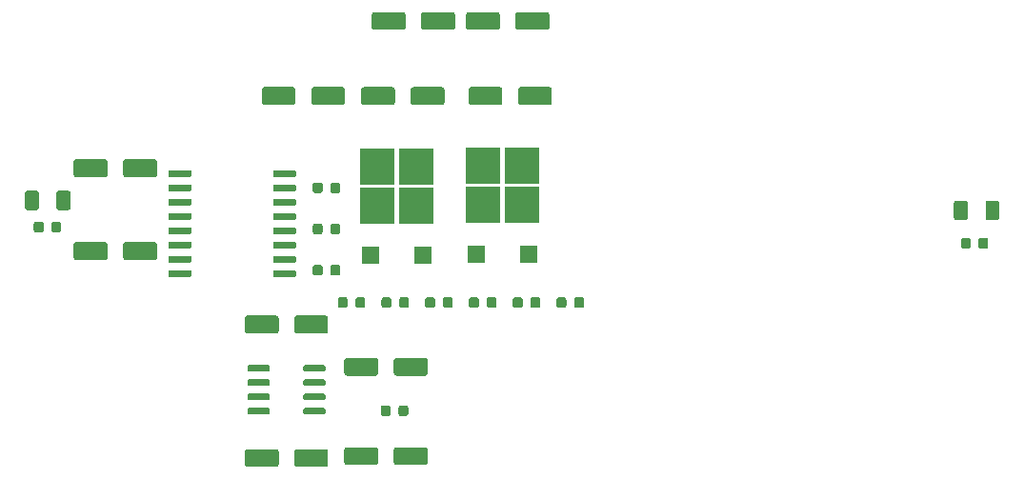
<source format=gtp>
G04 #@! TF.GenerationSoftware,KiCad,Pcbnew,(5.1.4)-1*
G04 #@! TF.CreationDate,2020-06-09T23:55:30+02:00*
G04 #@! TF.ProjectId,talkbox,74616c6b-626f-4782-9e6b-696361645f70,1.0*
G04 #@! TF.SameCoordinates,Original*
G04 #@! TF.FileFunction,Paste,Top*
G04 #@! TF.FilePolarity,Positive*
%FSLAX46Y46*%
G04 Gerber Fmt 4.6, Leading zero omitted, Abs format (unit mm)*
G04 Created by KiCad (PCBNEW (5.1.4)-1) date 2020-06-09 23:55:30*
%MOMM*%
%LPD*%
G04 APERTURE LIST*
%ADD10C,0.100000*%
%ADD11C,0.600000*%
%ADD12C,0.875000*%
%ADD13C,1.600000*%
%ADD14R,3.100000X3.200000*%
%ADD15R,1.500000X1.600000*%
%ADD16C,1.250000*%
G04 APERTURE END LIST*
D10*
G36*
X108536703Y-91077222D02*
G01*
X108551264Y-91079382D01*
X108565543Y-91082959D01*
X108579403Y-91087918D01*
X108592710Y-91094212D01*
X108605336Y-91101780D01*
X108617159Y-91110548D01*
X108628066Y-91120434D01*
X108637952Y-91131341D01*
X108646720Y-91143164D01*
X108654288Y-91155790D01*
X108660582Y-91169097D01*
X108665541Y-91182957D01*
X108669118Y-91197236D01*
X108671278Y-91211797D01*
X108672000Y-91226500D01*
X108672000Y-91526500D01*
X108671278Y-91541203D01*
X108669118Y-91555764D01*
X108665541Y-91570043D01*
X108660582Y-91583903D01*
X108654288Y-91597210D01*
X108646720Y-91609836D01*
X108637952Y-91621659D01*
X108628066Y-91632566D01*
X108617159Y-91642452D01*
X108605336Y-91651220D01*
X108592710Y-91658788D01*
X108579403Y-91665082D01*
X108565543Y-91670041D01*
X108551264Y-91673618D01*
X108536703Y-91675778D01*
X108522000Y-91676500D01*
X106772000Y-91676500D01*
X106757297Y-91675778D01*
X106742736Y-91673618D01*
X106728457Y-91670041D01*
X106714597Y-91665082D01*
X106701290Y-91658788D01*
X106688664Y-91651220D01*
X106676841Y-91642452D01*
X106665934Y-91632566D01*
X106656048Y-91621659D01*
X106647280Y-91609836D01*
X106639712Y-91597210D01*
X106633418Y-91583903D01*
X106628459Y-91570043D01*
X106624882Y-91555764D01*
X106622722Y-91541203D01*
X106622000Y-91526500D01*
X106622000Y-91226500D01*
X106622722Y-91211797D01*
X106624882Y-91197236D01*
X106628459Y-91182957D01*
X106633418Y-91169097D01*
X106639712Y-91155790D01*
X106647280Y-91143164D01*
X106656048Y-91131341D01*
X106665934Y-91120434D01*
X106676841Y-91110548D01*
X106688664Y-91101780D01*
X106701290Y-91094212D01*
X106714597Y-91087918D01*
X106728457Y-91082959D01*
X106742736Y-91079382D01*
X106757297Y-91077222D01*
X106772000Y-91076500D01*
X108522000Y-91076500D01*
X108536703Y-91077222D01*
X108536703Y-91077222D01*
G37*
D11*
X107647000Y-91376500D03*
D10*
G36*
X108536703Y-92347222D02*
G01*
X108551264Y-92349382D01*
X108565543Y-92352959D01*
X108579403Y-92357918D01*
X108592710Y-92364212D01*
X108605336Y-92371780D01*
X108617159Y-92380548D01*
X108628066Y-92390434D01*
X108637952Y-92401341D01*
X108646720Y-92413164D01*
X108654288Y-92425790D01*
X108660582Y-92439097D01*
X108665541Y-92452957D01*
X108669118Y-92467236D01*
X108671278Y-92481797D01*
X108672000Y-92496500D01*
X108672000Y-92796500D01*
X108671278Y-92811203D01*
X108669118Y-92825764D01*
X108665541Y-92840043D01*
X108660582Y-92853903D01*
X108654288Y-92867210D01*
X108646720Y-92879836D01*
X108637952Y-92891659D01*
X108628066Y-92902566D01*
X108617159Y-92912452D01*
X108605336Y-92921220D01*
X108592710Y-92928788D01*
X108579403Y-92935082D01*
X108565543Y-92940041D01*
X108551264Y-92943618D01*
X108536703Y-92945778D01*
X108522000Y-92946500D01*
X106772000Y-92946500D01*
X106757297Y-92945778D01*
X106742736Y-92943618D01*
X106728457Y-92940041D01*
X106714597Y-92935082D01*
X106701290Y-92928788D01*
X106688664Y-92921220D01*
X106676841Y-92912452D01*
X106665934Y-92902566D01*
X106656048Y-92891659D01*
X106647280Y-92879836D01*
X106639712Y-92867210D01*
X106633418Y-92853903D01*
X106628459Y-92840043D01*
X106624882Y-92825764D01*
X106622722Y-92811203D01*
X106622000Y-92796500D01*
X106622000Y-92496500D01*
X106622722Y-92481797D01*
X106624882Y-92467236D01*
X106628459Y-92452957D01*
X106633418Y-92439097D01*
X106639712Y-92425790D01*
X106647280Y-92413164D01*
X106656048Y-92401341D01*
X106665934Y-92390434D01*
X106676841Y-92380548D01*
X106688664Y-92371780D01*
X106701290Y-92364212D01*
X106714597Y-92357918D01*
X106728457Y-92352959D01*
X106742736Y-92349382D01*
X106757297Y-92347222D01*
X106772000Y-92346500D01*
X108522000Y-92346500D01*
X108536703Y-92347222D01*
X108536703Y-92347222D01*
G37*
D11*
X107647000Y-92646500D03*
D10*
G36*
X108536703Y-93617222D02*
G01*
X108551264Y-93619382D01*
X108565543Y-93622959D01*
X108579403Y-93627918D01*
X108592710Y-93634212D01*
X108605336Y-93641780D01*
X108617159Y-93650548D01*
X108628066Y-93660434D01*
X108637952Y-93671341D01*
X108646720Y-93683164D01*
X108654288Y-93695790D01*
X108660582Y-93709097D01*
X108665541Y-93722957D01*
X108669118Y-93737236D01*
X108671278Y-93751797D01*
X108672000Y-93766500D01*
X108672000Y-94066500D01*
X108671278Y-94081203D01*
X108669118Y-94095764D01*
X108665541Y-94110043D01*
X108660582Y-94123903D01*
X108654288Y-94137210D01*
X108646720Y-94149836D01*
X108637952Y-94161659D01*
X108628066Y-94172566D01*
X108617159Y-94182452D01*
X108605336Y-94191220D01*
X108592710Y-94198788D01*
X108579403Y-94205082D01*
X108565543Y-94210041D01*
X108551264Y-94213618D01*
X108536703Y-94215778D01*
X108522000Y-94216500D01*
X106772000Y-94216500D01*
X106757297Y-94215778D01*
X106742736Y-94213618D01*
X106728457Y-94210041D01*
X106714597Y-94205082D01*
X106701290Y-94198788D01*
X106688664Y-94191220D01*
X106676841Y-94182452D01*
X106665934Y-94172566D01*
X106656048Y-94161659D01*
X106647280Y-94149836D01*
X106639712Y-94137210D01*
X106633418Y-94123903D01*
X106628459Y-94110043D01*
X106624882Y-94095764D01*
X106622722Y-94081203D01*
X106622000Y-94066500D01*
X106622000Y-93766500D01*
X106622722Y-93751797D01*
X106624882Y-93737236D01*
X106628459Y-93722957D01*
X106633418Y-93709097D01*
X106639712Y-93695790D01*
X106647280Y-93683164D01*
X106656048Y-93671341D01*
X106665934Y-93660434D01*
X106676841Y-93650548D01*
X106688664Y-93641780D01*
X106701290Y-93634212D01*
X106714597Y-93627918D01*
X106728457Y-93622959D01*
X106742736Y-93619382D01*
X106757297Y-93617222D01*
X106772000Y-93616500D01*
X108522000Y-93616500D01*
X108536703Y-93617222D01*
X108536703Y-93617222D01*
G37*
D11*
X107647000Y-93916500D03*
D10*
G36*
X108536703Y-94887222D02*
G01*
X108551264Y-94889382D01*
X108565543Y-94892959D01*
X108579403Y-94897918D01*
X108592710Y-94904212D01*
X108605336Y-94911780D01*
X108617159Y-94920548D01*
X108628066Y-94930434D01*
X108637952Y-94941341D01*
X108646720Y-94953164D01*
X108654288Y-94965790D01*
X108660582Y-94979097D01*
X108665541Y-94992957D01*
X108669118Y-95007236D01*
X108671278Y-95021797D01*
X108672000Y-95036500D01*
X108672000Y-95336500D01*
X108671278Y-95351203D01*
X108669118Y-95365764D01*
X108665541Y-95380043D01*
X108660582Y-95393903D01*
X108654288Y-95407210D01*
X108646720Y-95419836D01*
X108637952Y-95431659D01*
X108628066Y-95442566D01*
X108617159Y-95452452D01*
X108605336Y-95461220D01*
X108592710Y-95468788D01*
X108579403Y-95475082D01*
X108565543Y-95480041D01*
X108551264Y-95483618D01*
X108536703Y-95485778D01*
X108522000Y-95486500D01*
X106772000Y-95486500D01*
X106757297Y-95485778D01*
X106742736Y-95483618D01*
X106728457Y-95480041D01*
X106714597Y-95475082D01*
X106701290Y-95468788D01*
X106688664Y-95461220D01*
X106676841Y-95452452D01*
X106665934Y-95442566D01*
X106656048Y-95431659D01*
X106647280Y-95419836D01*
X106639712Y-95407210D01*
X106633418Y-95393903D01*
X106628459Y-95380043D01*
X106624882Y-95365764D01*
X106622722Y-95351203D01*
X106622000Y-95336500D01*
X106622000Y-95036500D01*
X106622722Y-95021797D01*
X106624882Y-95007236D01*
X106628459Y-94992957D01*
X106633418Y-94979097D01*
X106639712Y-94965790D01*
X106647280Y-94953164D01*
X106656048Y-94941341D01*
X106665934Y-94930434D01*
X106676841Y-94920548D01*
X106688664Y-94911780D01*
X106701290Y-94904212D01*
X106714597Y-94897918D01*
X106728457Y-94892959D01*
X106742736Y-94889382D01*
X106757297Y-94887222D01*
X106772000Y-94886500D01*
X108522000Y-94886500D01*
X108536703Y-94887222D01*
X108536703Y-94887222D01*
G37*
D11*
X107647000Y-95186500D03*
D10*
G36*
X108536703Y-96157222D02*
G01*
X108551264Y-96159382D01*
X108565543Y-96162959D01*
X108579403Y-96167918D01*
X108592710Y-96174212D01*
X108605336Y-96181780D01*
X108617159Y-96190548D01*
X108628066Y-96200434D01*
X108637952Y-96211341D01*
X108646720Y-96223164D01*
X108654288Y-96235790D01*
X108660582Y-96249097D01*
X108665541Y-96262957D01*
X108669118Y-96277236D01*
X108671278Y-96291797D01*
X108672000Y-96306500D01*
X108672000Y-96606500D01*
X108671278Y-96621203D01*
X108669118Y-96635764D01*
X108665541Y-96650043D01*
X108660582Y-96663903D01*
X108654288Y-96677210D01*
X108646720Y-96689836D01*
X108637952Y-96701659D01*
X108628066Y-96712566D01*
X108617159Y-96722452D01*
X108605336Y-96731220D01*
X108592710Y-96738788D01*
X108579403Y-96745082D01*
X108565543Y-96750041D01*
X108551264Y-96753618D01*
X108536703Y-96755778D01*
X108522000Y-96756500D01*
X106772000Y-96756500D01*
X106757297Y-96755778D01*
X106742736Y-96753618D01*
X106728457Y-96750041D01*
X106714597Y-96745082D01*
X106701290Y-96738788D01*
X106688664Y-96731220D01*
X106676841Y-96722452D01*
X106665934Y-96712566D01*
X106656048Y-96701659D01*
X106647280Y-96689836D01*
X106639712Y-96677210D01*
X106633418Y-96663903D01*
X106628459Y-96650043D01*
X106624882Y-96635764D01*
X106622722Y-96621203D01*
X106622000Y-96606500D01*
X106622000Y-96306500D01*
X106622722Y-96291797D01*
X106624882Y-96277236D01*
X106628459Y-96262957D01*
X106633418Y-96249097D01*
X106639712Y-96235790D01*
X106647280Y-96223164D01*
X106656048Y-96211341D01*
X106665934Y-96200434D01*
X106676841Y-96190548D01*
X106688664Y-96181780D01*
X106701290Y-96174212D01*
X106714597Y-96167918D01*
X106728457Y-96162959D01*
X106742736Y-96159382D01*
X106757297Y-96157222D01*
X106772000Y-96156500D01*
X108522000Y-96156500D01*
X108536703Y-96157222D01*
X108536703Y-96157222D01*
G37*
D11*
X107647000Y-96456500D03*
D10*
G36*
X108536703Y-97427222D02*
G01*
X108551264Y-97429382D01*
X108565543Y-97432959D01*
X108579403Y-97437918D01*
X108592710Y-97444212D01*
X108605336Y-97451780D01*
X108617159Y-97460548D01*
X108628066Y-97470434D01*
X108637952Y-97481341D01*
X108646720Y-97493164D01*
X108654288Y-97505790D01*
X108660582Y-97519097D01*
X108665541Y-97532957D01*
X108669118Y-97547236D01*
X108671278Y-97561797D01*
X108672000Y-97576500D01*
X108672000Y-97876500D01*
X108671278Y-97891203D01*
X108669118Y-97905764D01*
X108665541Y-97920043D01*
X108660582Y-97933903D01*
X108654288Y-97947210D01*
X108646720Y-97959836D01*
X108637952Y-97971659D01*
X108628066Y-97982566D01*
X108617159Y-97992452D01*
X108605336Y-98001220D01*
X108592710Y-98008788D01*
X108579403Y-98015082D01*
X108565543Y-98020041D01*
X108551264Y-98023618D01*
X108536703Y-98025778D01*
X108522000Y-98026500D01*
X106772000Y-98026500D01*
X106757297Y-98025778D01*
X106742736Y-98023618D01*
X106728457Y-98020041D01*
X106714597Y-98015082D01*
X106701290Y-98008788D01*
X106688664Y-98001220D01*
X106676841Y-97992452D01*
X106665934Y-97982566D01*
X106656048Y-97971659D01*
X106647280Y-97959836D01*
X106639712Y-97947210D01*
X106633418Y-97933903D01*
X106628459Y-97920043D01*
X106624882Y-97905764D01*
X106622722Y-97891203D01*
X106622000Y-97876500D01*
X106622000Y-97576500D01*
X106622722Y-97561797D01*
X106624882Y-97547236D01*
X106628459Y-97532957D01*
X106633418Y-97519097D01*
X106639712Y-97505790D01*
X106647280Y-97493164D01*
X106656048Y-97481341D01*
X106665934Y-97470434D01*
X106676841Y-97460548D01*
X106688664Y-97451780D01*
X106701290Y-97444212D01*
X106714597Y-97437918D01*
X106728457Y-97432959D01*
X106742736Y-97429382D01*
X106757297Y-97427222D01*
X106772000Y-97426500D01*
X108522000Y-97426500D01*
X108536703Y-97427222D01*
X108536703Y-97427222D01*
G37*
D11*
X107647000Y-97726500D03*
D10*
G36*
X108536703Y-98697222D02*
G01*
X108551264Y-98699382D01*
X108565543Y-98702959D01*
X108579403Y-98707918D01*
X108592710Y-98714212D01*
X108605336Y-98721780D01*
X108617159Y-98730548D01*
X108628066Y-98740434D01*
X108637952Y-98751341D01*
X108646720Y-98763164D01*
X108654288Y-98775790D01*
X108660582Y-98789097D01*
X108665541Y-98802957D01*
X108669118Y-98817236D01*
X108671278Y-98831797D01*
X108672000Y-98846500D01*
X108672000Y-99146500D01*
X108671278Y-99161203D01*
X108669118Y-99175764D01*
X108665541Y-99190043D01*
X108660582Y-99203903D01*
X108654288Y-99217210D01*
X108646720Y-99229836D01*
X108637952Y-99241659D01*
X108628066Y-99252566D01*
X108617159Y-99262452D01*
X108605336Y-99271220D01*
X108592710Y-99278788D01*
X108579403Y-99285082D01*
X108565543Y-99290041D01*
X108551264Y-99293618D01*
X108536703Y-99295778D01*
X108522000Y-99296500D01*
X106772000Y-99296500D01*
X106757297Y-99295778D01*
X106742736Y-99293618D01*
X106728457Y-99290041D01*
X106714597Y-99285082D01*
X106701290Y-99278788D01*
X106688664Y-99271220D01*
X106676841Y-99262452D01*
X106665934Y-99252566D01*
X106656048Y-99241659D01*
X106647280Y-99229836D01*
X106639712Y-99217210D01*
X106633418Y-99203903D01*
X106628459Y-99190043D01*
X106624882Y-99175764D01*
X106622722Y-99161203D01*
X106622000Y-99146500D01*
X106622000Y-98846500D01*
X106622722Y-98831797D01*
X106624882Y-98817236D01*
X106628459Y-98802957D01*
X106633418Y-98789097D01*
X106639712Y-98775790D01*
X106647280Y-98763164D01*
X106656048Y-98751341D01*
X106665934Y-98740434D01*
X106676841Y-98730548D01*
X106688664Y-98721780D01*
X106701290Y-98714212D01*
X106714597Y-98707918D01*
X106728457Y-98702959D01*
X106742736Y-98699382D01*
X106757297Y-98697222D01*
X106772000Y-98696500D01*
X108522000Y-98696500D01*
X108536703Y-98697222D01*
X108536703Y-98697222D01*
G37*
D11*
X107647000Y-98996500D03*
D10*
G36*
X108536703Y-99967222D02*
G01*
X108551264Y-99969382D01*
X108565543Y-99972959D01*
X108579403Y-99977918D01*
X108592710Y-99984212D01*
X108605336Y-99991780D01*
X108617159Y-100000548D01*
X108628066Y-100010434D01*
X108637952Y-100021341D01*
X108646720Y-100033164D01*
X108654288Y-100045790D01*
X108660582Y-100059097D01*
X108665541Y-100072957D01*
X108669118Y-100087236D01*
X108671278Y-100101797D01*
X108672000Y-100116500D01*
X108672000Y-100416500D01*
X108671278Y-100431203D01*
X108669118Y-100445764D01*
X108665541Y-100460043D01*
X108660582Y-100473903D01*
X108654288Y-100487210D01*
X108646720Y-100499836D01*
X108637952Y-100511659D01*
X108628066Y-100522566D01*
X108617159Y-100532452D01*
X108605336Y-100541220D01*
X108592710Y-100548788D01*
X108579403Y-100555082D01*
X108565543Y-100560041D01*
X108551264Y-100563618D01*
X108536703Y-100565778D01*
X108522000Y-100566500D01*
X106772000Y-100566500D01*
X106757297Y-100565778D01*
X106742736Y-100563618D01*
X106728457Y-100560041D01*
X106714597Y-100555082D01*
X106701290Y-100548788D01*
X106688664Y-100541220D01*
X106676841Y-100532452D01*
X106665934Y-100522566D01*
X106656048Y-100511659D01*
X106647280Y-100499836D01*
X106639712Y-100487210D01*
X106633418Y-100473903D01*
X106628459Y-100460043D01*
X106624882Y-100445764D01*
X106622722Y-100431203D01*
X106622000Y-100416500D01*
X106622000Y-100116500D01*
X106622722Y-100101797D01*
X106624882Y-100087236D01*
X106628459Y-100072957D01*
X106633418Y-100059097D01*
X106639712Y-100045790D01*
X106647280Y-100033164D01*
X106656048Y-100021341D01*
X106665934Y-100010434D01*
X106676841Y-100000548D01*
X106688664Y-99991780D01*
X106701290Y-99984212D01*
X106714597Y-99977918D01*
X106728457Y-99972959D01*
X106742736Y-99969382D01*
X106757297Y-99967222D01*
X106772000Y-99966500D01*
X108522000Y-99966500D01*
X108536703Y-99967222D01*
X108536703Y-99967222D01*
G37*
D11*
X107647000Y-100266500D03*
D10*
G36*
X99236703Y-99967222D02*
G01*
X99251264Y-99969382D01*
X99265543Y-99972959D01*
X99279403Y-99977918D01*
X99292710Y-99984212D01*
X99305336Y-99991780D01*
X99317159Y-100000548D01*
X99328066Y-100010434D01*
X99337952Y-100021341D01*
X99346720Y-100033164D01*
X99354288Y-100045790D01*
X99360582Y-100059097D01*
X99365541Y-100072957D01*
X99369118Y-100087236D01*
X99371278Y-100101797D01*
X99372000Y-100116500D01*
X99372000Y-100416500D01*
X99371278Y-100431203D01*
X99369118Y-100445764D01*
X99365541Y-100460043D01*
X99360582Y-100473903D01*
X99354288Y-100487210D01*
X99346720Y-100499836D01*
X99337952Y-100511659D01*
X99328066Y-100522566D01*
X99317159Y-100532452D01*
X99305336Y-100541220D01*
X99292710Y-100548788D01*
X99279403Y-100555082D01*
X99265543Y-100560041D01*
X99251264Y-100563618D01*
X99236703Y-100565778D01*
X99222000Y-100566500D01*
X97472000Y-100566500D01*
X97457297Y-100565778D01*
X97442736Y-100563618D01*
X97428457Y-100560041D01*
X97414597Y-100555082D01*
X97401290Y-100548788D01*
X97388664Y-100541220D01*
X97376841Y-100532452D01*
X97365934Y-100522566D01*
X97356048Y-100511659D01*
X97347280Y-100499836D01*
X97339712Y-100487210D01*
X97333418Y-100473903D01*
X97328459Y-100460043D01*
X97324882Y-100445764D01*
X97322722Y-100431203D01*
X97322000Y-100416500D01*
X97322000Y-100116500D01*
X97322722Y-100101797D01*
X97324882Y-100087236D01*
X97328459Y-100072957D01*
X97333418Y-100059097D01*
X97339712Y-100045790D01*
X97347280Y-100033164D01*
X97356048Y-100021341D01*
X97365934Y-100010434D01*
X97376841Y-100000548D01*
X97388664Y-99991780D01*
X97401290Y-99984212D01*
X97414597Y-99977918D01*
X97428457Y-99972959D01*
X97442736Y-99969382D01*
X97457297Y-99967222D01*
X97472000Y-99966500D01*
X99222000Y-99966500D01*
X99236703Y-99967222D01*
X99236703Y-99967222D01*
G37*
D11*
X98347000Y-100266500D03*
D10*
G36*
X99236703Y-98697222D02*
G01*
X99251264Y-98699382D01*
X99265543Y-98702959D01*
X99279403Y-98707918D01*
X99292710Y-98714212D01*
X99305336Y-98721780D01*
X99317159Y-98730548D01*
X99328066Y-98740434D01*
X99337952Y-98751341D01*
X99346720Y-98763164D01*
X99354288Y-98775790D01*
X99360582Y-98789097D01*
X99365541Y-98802957D01*
X99369118Y-98817236D01*
X99371278Y-98831797D01*
X99372000Y-98846500D01*
X99372000Y-99146500D01*
X99371278Y-99161203D01*
X99369118Y-99175764D01*
X99365541Y-99190043D01*
X99360582Y-99203903D01*
X99354288Y-99217210D01*
X99346720Y-99229836D01*
X99337952Y-99241659D01*
X99328066Y-99252566D01*
X99317159Y-99262452D01*
X99305336Y-99271220D01*
X99292710Y-99278788D01*
X99279403Y-99285082D01*
X99265543Y-99290041D01*
X99251264Y-99293618D01*
X99236703Y-99295778D01*
X99222000Y-99296500D01*
X97472000Y-99296500D01*
X97457297Y-99295778D01*
X97442736Y-99293618D01*
X97428457Y-99290041D01*
X97414597Y-99285082D01*
X97401290Y-99278788D01*
X97388664Y-99271220D01*
X97376841Y-99262452D01*
X97365934Y-99252566D01*
X97356048Y-99241659D01*
X97347280Y-99229836D01*
X97339712Y-99217210D01*
X97333418Y-99203903D01*
X97328459Y-99190043D01*
X97324882Y-99175764D01*
X97322722Y-99161203D01*
X97322000Y-99146500D01*
X97322000Y-98846500D01*
X97322722Y-98831797D01*
X97324882Y-98817236D01*
X97328459Y-98802957D01*
X97333418Y-98789097D01*
X97339712Y-98775790D01*
X97347280Y-98763164D01*
X97356048Y-98751341D01*
X97365934Y-98740434D01*
X97376841Y-98730548D01*
X97388664Y-98721780D01*
X97401290Y-98714212D01*
X97414597Y-98707918D01*
X97428457Y-98702959D01*
X97442736Y-98699382D01*
X97457297Y-98697222D01*
X97472000Y-98696500D01*
X99222000Y-98696500D01*
X99236703Y-98697222D01*
X99236703Y-98697222D01*
G37*
D11*
X98347000Y-98996500D03*
D10*
G36*
X99236703Y-97427222D02*
G01*
X99251264Y-97429382D01*
X99265543Y-97432959D01*
X99279403Y-97437918D01*
X99292710Y-97444212D01*
X99305336Y-97451780D01*
X99317159Y-97460548D01*
X99328066Y-97470434D01*
X99337952Y-97481341D01*
X99346720Y-97493164D01*
X99354288Y-97505790D01*
X99360582Y-97519097D01*
X99365541Y-97532957D01*
X99369118Y-97547236D01*
X99371278Y-97561797D01*
X99372000Y-97576500D01*
X99372000Y-97876500D01*
X99371278Y-97891203D01*
X99369118Y-97905764D01*
X99365541Y-97920043D01*
X99360582Y-97933903D01*
X99354288Y-97947210D01*
X99346720Y-97959836D01*
X99337952Y-97971659D01*
X99328066Y-97982566D01*
X99317159Y-97992452D01*
X99305336Y-98001220D01*
X99292710Y-98008788D01*
X99279403Y-98015082D01*
X99265543Y-98020041D01*
X99251264Y-98023618D01*
X99236703Y-98025778D01*
X99222000Y-98026500D01*
X97472000Y-98026500D01*
X97457297Y-98025778D01*
X97442736Y-98023618D01*
X97428457Y-98020041D01*
X97414597Y-98015082D01*
X97401290Y-98008788D01*
X97388664Y-98001220D01*
X97376841Y-97992452D01*
X97365934Y-97982566D01*
X97356048Y-97971659D01*
X97347280Y-97959836D01*
X97339712Y-97947210D01*
X97333418Y-97933903D01*
X97328459Y-97920043D01*
X97324882Y-97905764D01*
X97322722Y-97891203D01*
X97322000Y-97876500D01*
X97322000Y-97576500D01*
X97322722Y-97561797D01*
X97324882Y-97547236D01*
X97328459Y-97532957D01*
X97333418Y-97519097D01*
X97339712Y-97505790D01*
X97347280Y-97493164D01*
X97356048Y-97481341D01*
X97365934Y-97470434D01*
X97376841Y-97460548D01*
X97388664Y-97451780D01*
X97401290Y-97444212D01*
X97414597Y-97437918D01*
X97428457Y-97432959D01*
X97442736Y-97429382D01*
X97457297Y-97427222D01*
X97472000Y-97426500D01*
X99222000Y-97426500D01*
X99236703Y-97427222D01*
X99236703Y-97427222D01*
G37*
D11*
X98347000Y-97726500D03*
D10*
G36*
X99236703Y-96157222D02*
G01*
X99251264Y-96159382D01*
X99265543Y-96162959D01*
X99279403Y-96167918D01*
X99292710Y-96174212D01*
X99305336Y-96181780D01*
X99317159Y-96190548D01*
X99328066Y-96200434D01*
X99337952Y-96211341D01*
X99346720Y-96223164D01*
X99354288Y-96235790D01*
X99360582Y-96249097D01*
X99365541Y-96262957D01*
X99369118Y-96277236D01*
X99371278Y-96291797D01*
X99372000Y-96306500D01*
X99372000Y-96606500D01*
X99371278Y-96621203D01*
X99369118Y-96635764D01*
X99365541Y-96650043D01*
X99360582Y-96663903D01*
X99354288Y-96677210D01*
X99346720Y-96689836D01*
X99337952Y-96701659D01*
X99328066Y-96712566D01*
X99317159Y-96722452D01*
X99305336Y-96731220D01*
X99292710Y-96738788D01*
X99279403Y-96745082D01*
X99265543Y-96750041D01*
X99251264Y-96753618D01*
X99236703Y-96755778D01*
X99222000Y-96756500D01*
X97472000Y-96756500D01*
X97457297Y-96755778D01*
X97442736Y-96753618D01*
X97428457Y-96750041D01*
X97414597Y-96745082D01*
X97401290Y-96738788D01*
X97388664Y-96731220D01*
X97376841Y-96722452D01*
X97365934Y-96712566D01*
X97356048Y-96701659D01*
X97347280Y-96689836D01*
X97339712Y-96677210D01*
X97333418Y-96663903D01*
X97328459Y-96650043D01*
X97324882Y-96635764D01*
X97322722Y-96621203D01*
X97322000Y-96606500D01*
X97322000Y-96306500D01*
X97322722Y-96291797D01*
X97324882Y-96277236D01*
X97328459Y-96262957D01*
X97333418Y-96249097D01*
X97339712Y-96235790D01*
X97347280Y-96223164D01*
X97356048Y-96211341D01*
X97365934Y-96200434D01*
X97376841Y-96190548D01*
X97388664Y-96181780D01*
X97401290Y-96174212D01*
X97414597Y-96167918D01*
X97428457Y-96162959D01*
X97442736Y-96159382D01*
X97457297Y-96157222D01*
X97472000Y-96156500D01*
X99222000Y-96156500D01*
X99236703Y-96157222D01*
X99236703Y-96157222D01*
G37*
D11*
X98347000Y-96456500D03*
D10*
G36*
X99236703Y-94887222D02*
G01*
X99251264Y-94889382D01*
X99265543Y-94892959D01*
X99279403Y-94897918D01*
X99292710Y-94904212D01*
X99305336Y-94911780D01*
X99317159Y-94920548D01*
X99328066Y-94930434D01*
X99337952Y-94941341D01*
X99346720Y-94953164D01*
X99354288Y-94965790D01*
X99360582Y-94979097D01*
X99365541Y-94992957D01*
X99369118Y-95007236D01*
X99371278Y-95021797D01*
X99372000Y-95036500D01*
X99372000Y-95336500D01*
X99371278Y-95351203D01*
X99369118Y-95365764D01*
X99365541Y-95380043D01*
X99360582Y-95393903D01*
X99354288Y-95407210D01*
X99346720Y-95419836D01*
X99337952Y-95431659D01*
X99328066Y-95442566D01*
X99317159Y-95452452D01*
X99305336Y-95461220D01*
X99292710Y-95468788D01*
X99279403Y-95475082D01*
X99265543Y-95480041D01*
X99251264Y-95483618D01*
X99236703Y-95485778D01*
X99222000Y-95486500D01*
X97472000Y-95486500D01*
X97457297Y-95485778D01*
X97442736Y-95483618D01*
X97428457Y-95480041D01*
X97414597Y-95475082D01*
X97401290Y-95468788D01*
X97388664Y-95461220D01*
X97376841Y-95452452D01*
X97365934Y-95442566D01*
X97356048Y-95431659D01*
X97347280Y-95419836D01*
X97339712Y-95407210D01*
X97333418Y-95393903D01*
X97328459Y-95380043D01*
X97324882Y-95365764D01*
X97322722Y-95351203D01*
X97322000Y-95336500D01*
X97322000Y-95036500D01*
X97322722Y-95021797D01*
X97324882Y-95007236D01*
X97328459Y-94992957D01*
X97333418Y-94979097D01*
X97339712Y-94965790D01*
X97347280Y-94953164D01*
X97356048Y-94941341D01*
X97365934Y-94930434D01*
X97376841Y-94920548D01*
X97388664Y-94911780D01*
X97401290Y-94904212D01*
X97414597Y-94897918D01*
X97428457Y-94892959D01*
X97442736Y-94889382D01*
X97457297Y-94887222D01*
X97472000Y-94886500D01*
X99222000Y-94886500D01*
X99236703Y-94887222D01*
X99236703Y-94887222D01*
G37*
D11*
X98347000Y-95186500D03*
D10*
G36*
X99236703Y-93617222D02*
G01*
X99251264Y-93619382D01*
X99265543Y-93622959D01*
X99279403Y-93627918D01*
X99292710Y-93634212D01*
X99305336Y-93641780D01*
X99317159Y-93650548D01*
X99328066Y-93660434D01*
X99337952Y-93671341D01*
X99346720Y-93683164D01*
X99354288Y-93695790D01*
X99360582Y-93709097D01*
X99365541Y-93722957D01*
X99369118Y-93737236D01*
X99371278Y-93751797D01*
X99372000Y-93766500D01*
X99372000Y-94066500D01*
X99371278Y-94081203D01*
X99369118Y-94095764D01*
X99365541Y-94110043D01*
X99360582Y-94123903D01*
X99354288Y-94137210D01*
X99346720Y-94149836D01*
X99337952Y-94161659D01*
X99328066Y-94172566D01*
X99317159Y-94182452D01*
X99305336Y-94191220D01*
X99292710Y-94198788D01*
X99279403Y-94205082D01*
X99265543Y-94210041D01*
X99251264Y-94213618D01*
X99236703Y-94215778D01*
X99222000Y-94216500D01*
X97472000Y-94216500D01*
X97457297Y-94215778D01*
X97442736Y-94213618D01*
X97428457Y-94210041D01*
X97414597Y-94205082D01*
X97401290Y-94198788D01*
X97388664Y-94191220D01*
X97376841Y-94182452D01*
X97365934Y-94172566D01*
X97356048Y-94161659D01*
X97347280Y-94149836D01*
X97339712Y-94137210D01*
X97333418Y-94123903D01*
X97328459Y-94110043D01*
X97324882Y-94095764D01*
X97322722Y-94081203D01*
X97322000Y-94066500D01*
X97322000Y-93766500D01*
X97322722Y-93751797D01*
X97324882Y-93737236D01*
X97328459Y-93722957D01*
X97333418Y-93709097D01*
X97339712Y-93695790D01*
X97347280Y-93683164D01*
X97356048Y-93671341D01*
X97365934Y-93660434D01*
X97376841Y-93650548D01*
X97388664Y-93641780D01*
X97401290Y-93634212D01*
X97414597Y-93627918D01*
X97428457Y-93622959D01*
X97442736Y-93619382D01*
X97457297Y-93617222D01*
X97472000Y-93616500D01*
X99222000Y-93616500D01*
X99236703Y-93617222D01*
X99236703Y-93617222D01*
G37*
D11*
X98347000Y-93916500D03*
D10*
G36*
X99236703Y-92347222D02*
G01*
X99251264Y-92349382D01*
X99265543Y-92352959D01*
X99279403Y-92357918D01*
X99292710Y-92364212D01*
X99305336Y-92371780D01*
X99317159Y-92380548D01*
X99328066Y-92390434D01*
X99337952Y-92401341D01*
X99346720Y-92413164D01*
X99354288Y-92425790D01*
X99360582Y-92439097D01*
X99365541Y-92452957D01*
X99369118Y-92467236D01*
X99371278Y-92481797D01*
X99372000Y-92496500D01*
X99372000Y-92796500D01*
X99371278Y-92811203D01*
X99369118Y-92825764D01*
X99365541Y-92840043D01*
X99360582Y-92853903D01*
X99354288Y-92867210D01*
X99346720Y-92879836D01*
X99337952Y-92891659D01*
X99328066Y-92902566D01*
X99317159Y-92912452D01*
X99305336Y-92921220D01*
X99292710Y-92928788D01*
X99279403Y-92935082D01*
X99265543Y-92940041D01*
X99251264Y-92943618D01*
X99236703Y-92945778D01*
X99222000Y-92946500D01*
X97472000Y-92946500D01*
X97457297Y-92945778D01*
X97442736Y-92943618D01*
X97428457Y-92940041D01*
X97414597Y-92935082D01*
X97401290Y-92928788D01*
X97388664Y-92921220D01*
X97376841Y-92912452D01*
X97365934Y-92902566D01*
X97356048Y-92891659D01*
X97347280Y-92879836D01*
X97339712Y-92867210D01*
X97333418Y-92853903D01*
X97328459Y-92840043D01*
X97324882Y-92825764D01*
X97322722Y-92811203D01*
X97322000Y-92796500D01*
X97322000Y-92496500D01*
X97322722Y-92481797D01*
X97324882Y-92467236D01*
X97328459Y-92452957D01*
X97333418Y-92439097D01*
X97339712Y-92425790D01*
X97347280Y-92413164D01*
X97356048Y-92401341D01*
X97365934Y-92390434D01*
X97376841Y-92380548D01*
X97388664Y-92371780D01*
X97401290Y-92364212D01*
X97414597Y-92357918D01*
X97428457Y-92352959D01*
X97442736Y-92349382D01*
X97457297Y-92347222D01*
X97472000Y-92346500D01*
X99222000Y-92346500D01*
X99236703Y-92347222D01*
X99236703Y-92347222D01*
G37*
D11*
X98347000Y-92646500D03*
D10*
G36*
X99236703Y-91077222D02*
G01*
X99251264Y-91079382D01*
X99265543Y-91082959D01*
X99279403Y-91087918D01*
X99292710Y-91094212D01*
X99305336Y-91101780D01*
X99317159Y-91110548D01*
X99328066Y-91120434D01*
X99337952Y-91131341D01*
X99346720Y-91143164D01*
X99354288Y-91155790D01*
X99360582Y-91169097D01*
X99365541Y-91182957D01*
X99369118Y-91197236D01*
X99371278Y-91211797D01*
X99372000Y-91226500D01*
X99372000Y-91526500D01*
X99371278Y-91541203D01*
X99369118Y-91555764D01*
X99365541Y-91570043D01*
X99360582Y-91583903D01*
X99354288Y-91597210D01*
X99346720Y-91609836D01*
X99337952Y-91621659D01*
X99328066Y-91632566D01*
X99317159Y-91642452D01*
X99305336Y-91651220D01*
X99292710Y-91658788D01*
X99279403Y-91665082D01*
X99265543Y-91670041D01*
X99251264Y-91673618D01*
X99236703Y-91675778D01*
X99222000Y-91676500D01*
X97472000Y-91676500D01*
X97457297Y-91675778D01*
X97442736Y-91673618D01*
X97428457Y-91670041D01*
X97414597Y-91665082D01*
X97401290Y-91658788D01*
X97388664Y-91651220D01*
X97376841Y-91642452D01*
X97365934Y-91632566D01*
X97356048Y-91621659D01*
X97347280Y-91609836D01*
X97339712Y-91597210D01*
X97333418Y-91583903D01*
X97328459Y-91570043D01*
X97324882Y-91555764D01*
X97322722Y-91541203D01*
X97322000Y-91526500D01*
X97322000Y-91226500D01*
X97322722Y-91211797D01*
X97324882Y-91197236D01*
X97328459Y-91182957D01*
X97333418Y-91169097D01*
X97339712Y-91155790D01*
X97347280Y-91143164D01*
X97356048Y-91131341D01*
X97365934Y-91120434D01*
X97376841Y-91110548D01*
X97388664Y-91101780D01*
X97401290Y-91094212D01*
X97414597Y-91087918D01*
X97428457Y-91082959D01*
X97442736Y-91079382D01*
X97457297Y-91077222D01*
X97472000Y-91076500D01*
X99222000Y-91076500D01*
X99236703Y-91077222D01*
X99236703Y-91077222D01*
G37*
D11*
X98347000Y-91376500D03*
D10*
G36*
X110831691Y-92159853D02*
G01*
X110852926Y-92163003D01*
X110873750Y-92168219D01*
X110893962Y-92175451D01*
X110913368Y-92184630D01*
X110931781Y-92195666D01*
X110949024Y-92208454D01*
X110964930Y-92222870D01*
X110979346Y-92238776D01*
X110992134Y-92256019D01*
X111003170Y-92274432D01*
X111012349Y-92293838D01*
X111019581Y-92314050D01*
X111024797Y-92334874D01*
X111027947Y-92356109D01*
X111029000Y-92377550D01*
X111029000Y-92890050D01*
X111027947Y-92911491D01*
X111024797Y-92932726D01*
X111019581Y-92953550D01*
X111012349Y-92973762D01*
X111003170Y-92993168D01*
X110992134Y-93011581D01*
X110979346Y-93028824D01*
X110964930Y-93044730D01*
X110949024Y-93059146D01*
X110931781Y-93071934D01*
X110913368Y-93082970D01*
X110893962Y-93092149D01*
X110873750Y-93099381D01*
X110852926Y-93104597D01*
X110831691Y-93107747D01*
X110810250Y-93108800D01*
X110372750Y-93108800D01*
X110351309Y-93107747D01*
X110330074Y-93104597D01*
X110309250Y-93099381D01*
X110289038Y-93092149D01*
X110269632Y-93082970D01*
X110251219Y-93071934D01*
X110233976Y-93059146D01*
X110218070Y-93044730D01*
X110203654Y-93028824D01*
X110190866Y-93011581D01*
X110179830Y-92993168D01*
X110170651Y-92973762D01*
X110163419Y-92953550D01*
X110158203Y-92932726D01*
X110155053Y-92911491D01*
X110154000Y-92890050D01*
X110154000Y-92377550D01*
X110155053Y-92356109D01*
X110158203Y-92334874D01*
X110163419Y-92314050D01*
X110170651Y-92293838D01*
X110179830Y-92274432D01*
X110190866Y-92256019D01*
X110203654Y-92238776D01*
X110218070Y-92222870D01*
X110233976Y-92208454D01*
X110251219Y-92195666D01*
X110269632Y-92184630D01*
X110289038Y-92175451D01*
X110309250Y-92168219D01*
X110330074Y-92163003D01*
X110351309Y-92159853D01*
X110372750Y-92158800D01*
X110810250Y-92158800D01*
X110831691Y-92159853D01*
X110831691Y-92159853D01*
G37*
D12*
X110591500Y-92633800D03*
D10*
G36*
X112406691Y-92159853D02*
G01*
X112427926Y-92163003D01*
X112448750Y-92168219D01*
X112468962Y-92175451D01*
X112488368Y-92184630D01*
X112506781Y-92195666D01*
X112524024Y-92208454D01*
X112539930Y-92222870D01*
X112554346Y-92238776D01*
X112567134Y-92256019D01*
X112578170Y-92274432D01*
X112587349Y-92293838D01*
X112594581Y-92314050D01*
X112599797Y-92334874D01*
X112602947Y-92356109D01*
X112604000Y-92377550D01*
X112604000Y-92890050D01*
X112602947Y-92911491D01*
X112599797Y-92932726D01*
X112594581Y-92953550D01*
X112587349Y-92973762D01*
X112578170Y-92993168D01*
X112567134Y-93011581D01*
X112554346Y-93028824D01*
X112539930Y-93044730D01*
X112524024Y-93059146D01*
X112506781Y-93071934D01*
X112488368Y-93082970D01*
X112468962Y-93092149D01*
X112448750Y-93099381D01*
X112427926Y-93104597D01*
X112406691Y-93107747D01*
X112385250Y-93108800D01*
X111947750Y-93108800D01*
X111926309Y-93107747D01*
X111905074Y-93104597D01*
X111884250Y-93099381D01*
X111864038Y-93092149D01*
X111844632Y-93082970D01*
X111826219Y-93071934D01*
X111808976Y-93059146D01*
X111793070Y-93044730D01*
X111778654Y-93028824D01*
X111765866Y-93011581D01*
X111754830Y-92993168D01*
X111745651Y-92973762D01*
X111738419Y-92953550D01*
X111733203Y-92932726D01*
X111730053Y-92911491D01*
X111729000Y-92890050D01*
X111729000Y-92377550D01*
X111730053Y-92356109D01*
X111733203Y-92334874D01*
X111738419Y-92314050D01*
X111745651Y-92293838D01*
X111754830Y-92274432D01*
X111765866Y-92256019D01*
X111778654Y-92238776D01*
X111793070Y-92222870D01*
X111808976Y-92208454D01*
X111826219Y-92195666D01*
X111844632Y-92184630D01*
X111864038Y-92175451D01*
X111884250Y-92168219D01*
X111905074Y-92163003D01*
X111926309Y-92159853D01*
X111947750Y-92158800D01*
X112385250Y-92158800D01*
X112406691Y-92159853D01*
X112406691Y-92159853D01*
G37*
D12*
X112166500Y-92633800D03*
D10*
G36*
X124720691Y-102371053D02*
G01*
X124741926Y-102374203D01*
X124762750Y-102379419D01*
X124782962Y-102386651D01*
X124802368Y-102395830D01*
X124820781Y-102406866D01*
X124838024Y-102419654D01*
X124853930Y-102434070D01*
X124868346Y-102449976D01*
X124881134Y-102467219D01*
X124892170Y-102485632D01*
X124901349Y-102505038D01*
X124908581Y-102525250D01*
X124913797Y-102546074D01*
X124916947Y-102567309D01*
X124918000Y-102588750D01*
X124918000Y-103101250D01*
X124916947Y-103122691D01*
X124913797Y-103143926D01*
X124908581Y-103164750D01*
X124901349Y-103184962D01*
X124892170Y-103204368D01*
X124881134Y-103222781D01*
X124868346Y-103240024D01*
X124853930Y-103255930D01*
X124838024Y-103270346D01*
X124820781Y-103283134D01*
X124802368Y-103294170D01*
X124782962Y-103303349D01*
X124762750Y-103310581D01*
X124741926Y-103315797D01*
X124720691Y-103318947D01*
X124699250Y-103320000D01*
X124261750Y-103320000D01*
X124240309Y-103318947D01*
X124219074Y-103315797D01*
X124198250Y-103310581D01*
X124178038Y-103303349D01*
X124158632Y-103294170D01*
X124140219Y-103283134D01*
X124122976Y-103270346D01*
X124107070Y-103255930D01*
X124092654Y-103240024D01*
X124079866Y-103222781D01*
X124068830Y-103204368D01*
X124059651Y-103184962D01*
X124052419Y-103164750D01*
X124047203Y-103143926D01*
X124044053Y-103122691D01*
X124043000Y-103101250D01*
X124043000Y-102588750D01*
X124044053Y-102567309D01*
X124047203Y-102546074D01*
X124052419Y-102525250D01*
X124059651Y-102505038D01*
X124068830Y-102485632D01*
X124079866Y-102467219D01*
X124092654Y-102449976D01*
X124107070Y-102434070D01*
X124122976Y-102419654D01*
X124140219Y-102406866D01*
X124158632Y-102395830D01*
X124178038Y-102386651D01*
X124198250Y-102379419D01*
X124219074Y-102374203D01*
X124240309Y-102371053D01*
X124261750Y-102370000D01*
X124699250Y-102370000D01*
X124720691Y-102371053D01*
X124720691Y-102371053D01*
G37*
D12*
X124480500Y-102845000D03*
D10*
G36*
X126295691Y-102371053D02*
G01*
X126316926Y-102374203D01*
X126337750Y-102379419D01*
X126357962Y-102386651D01*
X126377368Y-102395830D01*
X126395781Y-102406866D01*
X126413024Y-102419654D01*
X126428930Y-102434070D01*
X126443346Y-102449976D01*
X126456134Y-102467219D01*
X126467170Y-102485632D01*
X126476349Y-102505038D01*
X126483581Y-102525250D01*
X126488797Y-102546074D01*
X126491947Y-102567309D01*
X126493000Y-102588750D01*
X126493000Y-103101250D01*
X126491947Y-103122691D01*
X126488797Y-103143926D01*
X126483581Y-103164750D01*
X126476349Y-103184962D01*
X126467170Y-103204368D01*
X126456134Y-103222781D01*
X126443346Y-103240024D01*
X126428930Y-103255930D01*
X126413024Y-103270346D01*
X126395781Y-103283134D01*
X126377368Y-103294170D01*
X126357962Y-103303349D01*
X126337750Y-103310581D01*
X126316926Y-103315797D01*
X126295691Y-103318947D01*
X126274250Y-103320000D01*
X125836750Y-103320000D01*
X125815309Y-103318947D01*
X125794074Y-103315797D01*
X125773250Y-103310581D01*
X125753038Y-103303349D01*
X125733632Y-103294170D01*
X125715219Y-103283134D01*
X125697976Y-103270346D01*
X125682070Y-103255930D01*
X125667654Y-103240024D01*
X125654866Y-103222781D01*
X125643830Y-103204368D01*
X125634651Y-103184962D01*
X125627419Y-103164750D01*
X125622203Y-103143926D01*
X125619053Y-103122691D01*
X125618000Y-103101250D01*
X125618000Y-102588750D01*
X125619053Y-102567309D01*
X125622203Y-102546074D01*
X125627419Y-102525250D01*
X125634651Y-102505038D01*
X125643830Y-102485632D01*
X125654866Y-102467219D01*
X125667654Y-102449976D01*
X125682070Y-102434070D01*
X125697976Y-102419654D01*
X125715219Y-102406866D01*
X125733632Y-102395830D01*
X125753038Y-102386651D01*
X125773250Y-102379419D01*
X125794074Y-102374203D01*
X125815309Y-102371053D01*
X125836750Y-102370000D01*
X126274250Y-102370000D01*
X126295691Y-102371053D01*
X126295691Y-102371053D01*
G37*
D12*
X126055500Y-102845000D03*
D10*
G36*
X116942691Y-102371053D02*
G01*
X116963926Y-102374203D01*
X116984750Y-102379419D01*
X117004962Y-102386651D01*
X117024368Y-102395830D01*
X117042781Y-102406866D01*
X117060024Y-102419654D01*
X117075930Y-102434070D01*
X117090346Y-102449976D01*
X117103134Y-102467219D01*
X117114170Y-102485632D01*
X117123349Y-102505038D01*
X117130581Y-102525250D01*
X117135797Y-102546074D01*
X117138947Y-102567309D01*
X117140000Y-102588750D01*
X117140000Y-103101250D01*
X117138947Y-103122691D01*
X117135797Y-103143926D01*
X117130581Y-103164750D01*
X117123349Y-103184962D01*
X117114170Y-103204368D01*
X117103134Y-103222781D01*
X117090346Y-103240024D01*
X117075930Y-103255930D01*
X117060024Y-103270346D01*
X117042781Y-103283134D01*
X117024368Y-103294170D01*
X117004962Y-103303349D01*
X116984750Y-103310581D01*
X116963926Y-103315797D01*
X116942691Y-103318947D01*
X116921250Y-103320000D01*
X116483750Y-103320000D01*
X116462309Y-103318947D01*
X116441074Y-103315797D01*
X116420250Y-103310581D01*
X116400038Y-103303349D01*
X116380632Y-103294170D01*
X116362219Y-103283134D01*
X116344976Y-103270346D01*
X116329070Y-103255930D01*
X116314654Y-103240024D01*
X116301866Y-103222781D01*
X116290830Y-103204368D01*
X116281651Y-103184962D01*
X116274419Y-103164750D01*
X116269203Y-103143926D01*
X116266053Y-103122691D01*
X116265000Y-103101250D01*
X116265000Y-102588750D01*
X116266053Y-102567309D01*
X116269203Y-102546074D01*
X116274419Y-102525250D01*
X116281651Y-102505038D01*
X116290830Y-102485632D01*
X116301866Y-102467219D01*
X116314654Y-102449976D01*
X116329070Y-102434070D01*
X116344976Y-102419654D01*
X116362219Y-102406866D01*
X116380632Y-102395830D01*
X116400038Y-102386651D01*
X116420250Y-102379419D01*
X116441074Y-102374203D01*
X116462309Y-102371053D01*
X116483750Y-102370000D01*
X116921250Y-102370000D01*
X116942691Y-102371053D01*
X116942691Y-102371053D01*
G37*
D12*
X116702500Y-102845000D03*
D10*
G36*
X118517691Y-102371053D02*
G01*
X118538926Y-102374203D01*
X118559750Y-102379419D01*
X118579962Y-102386651D01*
X118599368Y-102395830D01*
X118617781Y-102406866D01*
X118635024Y-102419654D01*
X118650930Y-102434070D01*
X118665346Y-102449976D01*
X118678134Y-102467219D01*
X118689170Y-102485632D01*
X118698349Y-102505038D01*
X118705581Y-102525250D01*
X118710797Y-102546074D01*
X118713947Y-102567309D01*
X118715000Y-102588750D01*
X118715000Y-103101250D01*
X118713947Y-103122691D01*
X118710797Y-103143926D01*
X118705581Y-103164750D01*
X118698349Y-103184962D01*
X118689170Y-103204368D01*
X118678134Y-103222781D01*
X118665346Y-103240024D01*
X118650930Y-103255930D01*
X118635024Y-103270346D01*
X118617781Y-103283134D01*
X118599368Y-103294170D01*
X118579962Y-103303349D01*
X118559750Y-103310581D01*
X118538926Y-103315797D01*
X118517691Y-103318947D01*
X118496250Y-103320000D01*
X118058750Y-103320000D01*
X118037309Y-103318947D01*
X118016074Y-103315797D01*
X117995250Y-103310581D01*
X117975038Y-103303349D01*
X117955632Y-103294170D01*
X117937219Y-103283134D01*
X117919976Y-103270346D01*
X117904070Y-103255930D01*
X117889654Y-103240024D01*
X117876866Y-103222781D01*
X117865830Y-103204368D01*
X117856651Y-103184962D01*
X117849419Y-103164750D01*
X117844203Y-103143926D01*
X117841053Y-103122691D01*
X117840000Y-103101250D01*
X117840000Y-102588750D01*
X117841053Y-102567309D01*
X117844203Y-102546074D01*
X117849419Y-102525250D01*
X117856651Y-102505038D01*
X117865830Y-102485632D01*
X117876866Y-102467219D01*
X117889654Y-102449976D01*
X117904070Y-102434070D01*
X117919976Y-102419654D01*
X117937219Y-102406866D01*
X117955632Y-102395830D01*
X117975038Y-102386651D01*
X117995250Y-102379419D01*
X118016074Y-102374203D01*
X118037309Y-102371053D01*
X118058750Y-102370000D01*
X118496250Y-102370000D01*
X118517691Y-102371053D01*
X118517691Y-102371053D01*
G37*
D12*
X118277500Y-102845000D03*
D10*
G36*
X121635504Y-83681604D02*
G01*
X121659773Y-83685204D01*
X121683571Y-83691165D01*
X121706671Y-83699430D01*
X121728849Y-83709920D01*
X121749893Y-83722533D01*
X121769598Y-83737147D01*
X121787777Y-83753623D01*
X121804253Y-83771802D01*
X121818867Y-83791507D01*
X121831480Y-83812551D01*
X121841970Y-83834729D01*
X121850235Y-83857829D01*
X121856196Y-83881627D01*
X121859796Y-83905896D01*
X121861000Y-83930400D01*
X121861000Y-85030400D01*
X121859796Y-85054904D01*
X121856196Y-85079173D01*
X121850235Y-85102971D01*
X121841970Y-85126071D01*
X121831480Y-85148249D01*
X121818867Y-85169293D01*
X121804253Y-85188998D01*
X121787777Y-85207177D01*
X121769598Y-85223653D01*
X121749893Y-85238267D01*
X121728849Y-85250880D01*
X121706671Y-85261370D01*
X121683571Y-85269635D01*
X121659773Y-85275596D01*
X121635504Y-85279196D01*
X121611000Y-85280400D01*
X119111000Y-85280400D01*
X119086496Y-85279196D01*
X119062227Y-85275596D01*
X119038429Y-85269635D01*
X119015329Y-85261370D01*
X118993151Y-85250880D01*
X118972107Y-85238267D01*
X118952402Y-85223653D01*
X118934223Y-85207177D01*
X118917747Y-85188998D01*
X118903133Y-85169293D01*
X118890520Y-85148249D01*
X118880030Y-85126071D01*
X118871765Y-85102971D01*
X118865804Y-85079173D01*
X118862204Y-85054904D01*
X118861000Y-85030400D01*
X118861000Y-83930400D01*
X118862204Y-83905896D01*
X118865804Y-83881627D01*
X118871765Y-83857829D01*
X118880030Y-83834729D01*
X118890520Y-83812551D01*
X118903133Y-83791507D01*
X118917747Y-83771802D01*
X118934223Y-83753623D01*
X118952402Y-83737147D01*
X118972107Y-83722533D01*
X118993151Y-83709920D01*
X119015329Y-83699430D01*
X119038429Y-83691165D01*
X119062227Y-83685204D01*
X119086496Y-83681604D01*
X119111000Y-83680400D01*
X121611000Y-83680400D01*
X121635504Y-83681604D01*
X121635504Y-83681604D01*
G37*
D13*
X120361000Y-84480400D03*
D10*
G36*
X117235504Y-83681604D02*
G01*
X117259773Y-83685204D01*
X117283571Y-83691165D01*
X117306671Y-83699430D01*
X117328849Y-83709920D01*
X117349893Y-83722533D01*
X117369598Y-83737147D01*
X117387777Y-83753623D01*
X117404253Y-83771802D01*
X117418867Y-83791507D01*
X117431480Y-83812551D01*
X117441970Y-83834729D01*
X117450235Y-83857829D01*
X117456196Y-83881627D01*
X117459796Y-83905896D01*
X117461000Y-83930400D01*
X117461000Y-85030400D01*
X117459796Y-85054904D01*
X117456196Y-85079173D01*
X117450235Y-85102971D01*
X117441970Y-85126071D01*
X117431480Y-85148249D01*
X117418867Y-85169293D01*
X117404253Y-85188998D01*
X117387777Y-85207177D01*
X117369598Y-85223653D01*
X117349893Y-85238267D01*
X117328849Y-85250880D01*
X117306671Y-85261370D01*
X117283571Y-85269635D01*
X117259773Y-85275596D01*
X117235504Y-85279196D01*
X117211000Y-85280400D01*
X114711000Y-85280400D01*
X114686496Y-85279196D01*
X114662227Y-85275596D01*
X114638429Y-85269635D01*
X114615329Y-85261370D01*
X114593151Y-85250880D01*
X114572107Y-85238267D01*
X114552402Y-85223653D01*
X114534223Y-85207177D01*
X114517747Y-85188998D01*
X114503133Y-85169293D01*
X114490520Y-85148249D01*
X114480030Y-85126071D01*
X114471765Y-85102971D01*
X114465804Y-85079173D01*
X114462204Y-85054904D01*
X114461000Y-85030400D01*
X114461000Y-83930400D01*
X114462204Y-83905896D01*
X114465804Y-83881627D01*
X114471765Y-83857829D01*
X114480030Y-83834729D01*
X114490520Y-83812551D01*
X114503133Y-83791507D01*
X114517747Y-83771802D01*
X114534223Y-83753623D01*
X114552402Y-83737147D01*
X114572107Y-83722533D01*
X114593151Y-83709920D01*
X114615329Y-83699430D01*
X114638429Y-83691165D01*
X114662227Y-83685204D01*
X114686496Y-83681604D01*
X114711000Y-83680400D01*
X117211000Y-83680400D01*
X117235504Y-83681604D01*
X117235504Y-83681604D01*
G37*
D13*
X115961000Y-84480400D03*
D10*
G36*
X112406691Y-95823853D02*
G01*
X112427926Y-95827003D01*
X112448750Y-95832219D01*
X112468962Y-95839451D01*
X112488368Y-95848630D01*
X112506781Y-95859666D01*
X112524024Y-95872454D01*
X112539930Y-95886870D01*
X112554346Y-95902776D01*
X112567134Y-95920019D01*
X112578170Y-95938432D01*
X112587349Y-95957838D01*
X112594581Y-95978050D01*
X112599797Y-95998874D01*
X112602947Y-96020109D01*
X112604000Y-96041550D01*
X112604000Y-96554050D01*
X112602947Y-96575491D01*
X112599797Y-96596726D01*
X112594581Y-96617550D01*
X112587349Y-96637762D01*
X112578170Y-96657168D01*
X112567134Y-96675581D01*
X112554346Y-96692824D01*
X112539930Y-96708730D01*
X112524024Y-96723146D01*
X112506781Y-96735934D01*
X112488368Y-96746970D01*
X112468962Y-96756149D01*
X112448750Y-96763381D01*
X112427926Y-96768597D01*
X112406691Y-96771747D01*
X112385250Y-96772800D01*
X111947750Y-96772800D01*
X111926309Y-96771747D01*
X111905074Y-96768597D01*
X111884250Y-96763381D01*
X111864038Y-96756149D01*
X111844632Y-96746970D01*
X111826219Y-96735934D01*
X111808976Y-96723146D01*
X111793070Y-96708730D01*
X111778654Y-96692824D01*
X111765866Y-96675581D01*
X111754830Y-96657168D01*
X111745651Y-96637762D01*
X111738419Y-96617550D01*
X111733203Y-96596726D01*
X111730053Y-96575491D01*
X111729000Y-96554050D01*
X111729000Y-96041550D01*
X111730053Y-96020109D01*
X111733203Y-95998874D01*
X111738419Y-95978050D01*
X111745651Y-95957838D01*
X111754830Y-95938432D01*
X111765866Y-95920019D01*
X111778654Y-95902776D01*
X111793070Y-95886870D01*
X111808976Y-95872454D01*
X111826219Y-95859666D01*
X111844632Y-95848630D01*
X111864038Y-95839451D01*
X111884250Y-95832219D01*
X111905074Y-95827003D01*
X111926309Y-95823853D01*
X111947750Y-95822800D01*
X112385250Y-95822800D01*
X112406691Y-95823853D01*
X112406691Y-95823853D01*
G37*
D12*
X112166500Y-96297800D03*
D10*
G36*
X110831691Y-95823853D02*
G01*
X110852926Y-95827003D01*
X110873750Y-95832219D01*
X110893962Y-95839451D01*
X110913368Y-95848630D01*
X110931781Y-95859666D01*
X110949024Y-95872454D01*
X110964930Y-95886870D01*
X110979346Y-95902776D01*
X110992134Y-95920019D01*
X111003170Y-95938432D01*
X111012349Y-95957838D01*
X111019581Y-95978050D01*
X111024797Y-95998874D01*
X111027947Y-96020109D01*
X111029000Y-96041550D01*
X111029000Y-96554050D01*
X111027947Y-96575491D01*
X111024797Y-96596726D01*
X111019581Y-96617550D01*
X111012349Y-96637762D01*
X111003170Y-96657168D01*
X110992134Y-96675581D01*
X110979346Y-96692824D01*
X110964930Y-96708730D01*
X110949024Y-96723146D01*
X110931781Y-96735934D01*
X110913368Y-96746970D01*
X110893962Y-96756149D01*
X110873750Y-96763381D01*
X110852926Y-96768597D01*
X110831691Y-96771747D01*
X110810250Y-96772800D01*
X110372750Y-96772800D01*
X110351309Y-96771747D01*
X110330074Y-96768597D01*
X110309250Y-96763381D01*
X110289038Y-96756149D01*
X110269632Y-96746970D01*
X110251219Y-96735934D01*
X110233976Y-96723146D01*
X110218070Y-96708730D01*
X110203654Y-96692824D01*
X110190866Y-96675581D01*
X110179830Y-96657168D01*
X110170651Y-96637762D01*
X110163419Y-96617550D01*
X110158203Y-96596726D01*
X110155053Y-96575491D01*
X110154000Y-96554050D01*
X110154000Y-96041550D01*
X110155053Y-96020109D01*
X110158203Y-95998874D01*
X110163419Y-95978050D01*
X110170651Y-95957838D01*
X110179830Y-95938432D01*
X110190866Y-95920019D01*
X110203654Y-95902776D01*
X110218070Y-95886870D01*
X110233976Y-95872454D01*
X110251219Y-95859666D01*
X110269632Y-95848630D01*
X110289038Y-95839451D01*
X110309250Y-95832219D01*
X110330074Y-95827003D01*
X110351309Y-95823853D01*
X110372750Y-95822800D01*
X110810250Y-95822800D01*
X110831691Y-95823853D01*
X110831691Y-95823853D01*
G37*
D12*
X110591500Y-96297800D03*
D10*
G36*
X91682904Y-97461104D02*
G01*
X91707173Y-97464704D01*
X91730971Y-97470665D01*
X91754071Y-97478930D01*
X91776249Y-97489420D01*
X91797293Y-97502033D01*
X91816998Y-97516647D01*
X91835177Y-97533123D01*
X91851653Y-97551302D01*
X91866267Y-97571007D01*
X91878880Y-97592051D01*
X91889370Y-97614229D01*
X91897635Y-97637329D01*
X91903596Y-97661127D01*
X91907196Y-97685396D01*
X91908400Y-97709900D01*
X91908400Y-98809900D01*
X91907196Y-98834404D01*
X91903596Y-98858673D01*
X91897635Y-98882471D01*
X91889370Y-98905571D01*
X91878880Y-98927749D01*
X91866267Y-98948793D01*
X91851653Y-98968498D01*
X91835177Y-98986677D01*
X91816998Y-99003153D01*
X91797293Y-99017767D01*
X91776249Y-99030380D01*
X91754071Y-99040870D01*
X91730971Y-99049135D01*
X91707173Y-99055096D01*
X91682904Y-99058696D01*
X91658400Y-99059900D01*
X89158400Y-99059900D01*
X89133896Y-99058696D01*
X89109627Y-99055096D01*
X89085829Y-99049135D01*
X89062729Y-99040870D01*
X89040551Y-99030380D01*
X89019507Y-99017767D01*
X88999802Y-99003153D01*
X88981623Y-98986677D01*
X88965147Y-98968498D01*
X88950533Y-98948793D01*
X88937920Y-98927749D01*
X88927430Y-98905571D01*
X88919165Y-98882471D01*
X88913204Y-98858673D01*
X88909604Y-98834404D01*
X88908400Y-98809900D01*
X88908400Y-97709900D01*
X88909604Y-97685396D01*
X88913204Y-97661127D01*
X88919165Y-97637329D01*
X88927430Y-97614229D01*
X88937920Y-97592051D01*
X88950533Y-97571007D01*
X88965147Y-97551302D01*
X88981623Y-97533123D01*
X88999802Y-97516647D01*
X89019507Y-97502033D01*
X89040551Y-97489420D01*
X89062729Y-97478930D01*
X89085829Y-97470665D01*
X89109627Y-97464704D01*
X89133896Y-97461104D01*
X89158400Y-97459900D01*
X91658400Y-97459900D01*
X91682904Y-97461104D01*
X91682904Y-97461104D01*
G37*
D13*
X90408400Y-98259900D03*
D10*
G36*
X96082904Y-97461104D02*
G01*
X96107173Y-97464704D01*
X96130971Y-97470665D01*
X96154071Y-97478930D01*
X96176249Y-97489420D01*
X96197293Y-97502033D01*
X96216998Y-97516647D01*
X96235177Y-97533123D01*
X96251653Y-97551302D01*
X96266267Y-97571007D01*
X96278880Y-97592051D01*
X96289370Y-97614229D01*
X96297635Y-97637329D01*
X96303596Y-97661127D01*
X96307196Y-97685396D01*
X96308400Y-97709900D01*
X96308400Y-98809900D01*
X96307196Y-98834404D01*
X96303596Y-98858673D01*
X96297635Y-98882471D01*
X96289370Y-98905571D01*
X96278880Y-98927749D01*
X96266267Y-98948793D01*
X96251653Y-98968498D01*
X96235177Y-98986677D01*
X96216998Y-99003153D01*
X96197293Y-99017767D01*
X96176249Y-99030380D01*
X96154071Y-99040870D01*
X96130971Y-99049135D01*
X96107173Y-99055096D01*
X96082904Y-99058696D01*
X96058400Y-99059900D01*
X93558400Y-99059900D01*
X93533896Y-99058696D01*
X93509627Y-99055096D01*
X93485829Y-99049135D01*
X93462729Y-99040870D01*
X93440551Y-99030380D01*
X93419507Y-99017767D01*
X93399802Y-99003153D01*
X93381623Y-98986677D01*
X93365147Y-98968498D01*
X93350533Y-98948793D01*
X93337920Y-98927749D01*
X93327430Y-98905571D01*
X93319165Y-98882471D01*
X93313204Y-98858673D01*
X93309604Y-98834404D01*
X93308400Y-98809900D01*
X93308400Y-97709900D01*
X93309604Y-97685396D01*
X93313204Y-97661127D01*
X93319165Y-97637329D01*
X93327430Y-97614229D01*
X93337920Y-97592051D01*
X93350533Y-97571007D01*
X93365147Y-97551302D01*
X93381623Y-97533123D01*
X93399802Y-97516647D01*
X93419507Y-97502033D01*
X93440551Y-97489420D01*
X93462729Y-97478930D01*
X93485829Y-97470665D01*
X93509627Y-97464704D01*
X93533896Y-97461104D01*
X93558400Y-97459900D01*
X96058400Y-97459900D01*
X96082904Y-97461104D01*
X96082904Y-97461104D01*
G37*
D13*
X94808400Y-98259900D03*
D10*
G36*
X134072691Y-102371053D02*
G01*
X134093926Y-102374203D01*
X134114750Y-102379419D01*
X134134962Y-102386651D01*
X134154368Y-102395830D01*
X134172781Y-102406866D01*
X134190024Y-102419654D01*
X134205930Y-102434070D01*
X134220346Y-102449976D01*
X134233134Y-102467219D01*
X134244170Y-102485632D01*
X134253349Y-102505038D01*
X134260581Y-102525250D01*
X134265797Y-102546074D01*
X134268947Y-102567309D01*
X134270000Y-102588750D01*
X134270000Y-103101250D01*
X134268947Y-103122691D01*
X134265797Y-103143926D01*
X134260581Y-103164750D01*
X134253349Y-103184962D01*
X134244170Y-103204368D01*
X134233134Y-103222781D01*
X134220346Y-103240024D01*
X134205930Y-103255930D01*
X134190024Y-103270346D01*
X134172781Y-103283134D01*
X134154368Y-103294170D01*
X134134962Y-103303349D01*
X134114750Y-103310581D01*
X134093926Y-103315797D01*
X134072691Y-103318947D01*
X134051250Y-103320000D01*
X133613750Y-103320000D01*
X133592309Y-103318947D01*
X133571074Y-103315797D01*
X133550250Y-103310581D01*
X133530038Y-103303349D01*
X133510632Y-103294170D01*
X133492219Y-103283134D01*
X133474976Y-103270346D01*
X133459070Y-103255930D01*
X133444654Y-103240024D01*
X133431866Y-103222781D01*
X133420830Y-103204368D01*
X133411651Y-103184962D01*
X133404419Y-103164750D01*
X133399203Y-103143926D01*
X133396053Y-103122691D01*
X133395000Y-103101250D01*
X133395000Y-102588750D01*
X133396053Y-102567309D01*
X133399203Y-102546074D01*
X133404419Y-102525250D01*
X133411651Y-102505038D01*
X133420830Y-102485632D01*
X133431866Y-102467219D01*
X133444654Y-102449976D01*
X133459070Y-102434070D01*
X133474976Y-102419654D01*
X133492219Y-102406866D01*
X133510632Y-102395830D01*
X133530038Y-102386651D01*
X133550250Y-102379419D01*
X133571074Y-102374203D01*
X133592309Y-102371053D01*
X133613750Y-102370000D01*
X134051250Y-102370000D01*
X134072691Y-102371053D01*
X134072691Y-102371053D01*
G37*
D12*
X133832500Y-102845000D03*
D10*
G36*
X132497691Y-102371053D02*
G01*
X132518926Y-102374203D01*
X132539750Y-102379419D01*
X132559962Y-102386651D01*
X132579368Y-102395830D01*
X132597781Y-102406866D01*
X132615024Y-102419654D01*
X132630930Y-102434070D01*
X132645346Y-102449976D01*
X132658134Y-102467219D01*
X132669170Y-102485632D01*
X132678349Y-102505038D01*
X132685581Y-102525250D01*
X132690797Y-102546074D01*
X132693947Y-102567309D01*
X132695000Y-102588750D01*
X132695000Y-103101250D01*
X132693947Y-103122691D01*
X132690797Y-103143926D01*
X132685581Y-103164750D01*
X132678349Y-103184962D01*
X132669170Y-103204368D01*
X132658134Y-103222781D01*
X132645346Y-103240024D01*
X132630930Y-103255930D01*
X132615024Y-103270346D01*
X132597781Y-103283134D01*
X132579368Y-103294170D01*
X132559962Y-103303349D01*
X132539750Y-103310581D01*
X132518926Y-103315797D01*
X132497691Y-103318947D01*
X132476250Y-103320000D01*
X132038750Y-103320000D01*
X132017309Y-103318947D01*
X131996074Y-103315797D01*
X131975250Y-103310581D01*
X131955038Y-103303349D01*
X131935632Y-103294170D01*
X131917219Y-103283134D01*
X131899976Y-103270346D01*
X131884070Y-103255930D01*
X131869654Y-103240024D01*
X131856866Y-103222781D01*
X131845830Y-103204368D01*
X131836651Y-103184962D01*
X131829419Y-103164750D01*
X131824203Y-103143926D01*
X131821053Y-103122691D01*
X131820000Y-103101250D01*
X131820000Y-102588750D01*
X131821053Y-102567309D01*
X131824203Y-102546074D01*
X131829419Y-102525250D01*
X131836651Y-102505038D01*
X131845830Y-102485632D01*
X131856866Y-102467219D01*
X131869654Y-102449976D01*
X131884070Y-102434070D01*
X131899976Y-102419654D01*
X131917219Y-102406866D01*
X131935632Y-102395830D01*
X131955038Y-102386651D01*
X131975250Y-102379419D01*
X131996074Y-102374203D01*
X132017309Y-102371053D01*
X132038750Y-102370000D01*
X132476250Y-102370000D01*
X132497691Y-102371053D01*
X132497691Y-102371053D01*
G37*
D12*
X132257500Y-102845000D03*
D10*
G36*
X122406691Y-102371053D02*
G01*
X122427926Y-102374203D01*
X122448750Y-102379419D01*
X122468962Y-102386651D01*
X122488368Y-102395830D01*
X122506781Y-102406866D01*
X122524024Y-102419654D01*
X122539930Y-102434070D01*
X122554346Y-102449976D01*
X122567134Y-102467219D01*
X122578170Y-102485632D01*
X122587349Y-102505038D01*
X122594581Y-102525250D01*
X122599797Y-102546074D01*
X122602947Y-102567309D01*
X122604000Y-102588750D01*
X122604000Y-103101250D01*
X122602947Y-103122691D01*
X122599797Y-103143926D01*
X122594581Y-103164750D01*
X122587349Y-103184962D01*
X122578170Y-103204368D01*
X122567134Y-103222781D01*
X122554346Y-103240024D01*
X122539930Y-103255930D01*
X122524024Y-103270346D01*
X122506781Y-103283134D01*
X122488368Y-103294170D01*
X122468962Y-103303349D01*
X122448750Y-103310581D01*
X122427926Y-103315797D01*
X122406691Y-103318947D01*
X122385250Y-103320000D01*
X121947750Y-103320000D01*
X121926309Y-103318947D01*
X121905074Y-103315797D01*
X121884250Y-103310581D01*
X121864038Y-103303349D01*
X121844632Y-103294170D01*
X121826219Y-103283134D01*
X121808976Y-103270346D01*
X121793070Y-103255930D01*
X121778654Y-103240024D01*
X121765866Y-103222781D01*
X121754830Y-103204368D01*
X121745651Y-103184962D01*
X121738419Y-103164750D01*
X121733203Y-103143926D01*
X121730053Y-103122691D01*
X121729000Y-103101250D01*
X121729000Y-102588750D01*
X121730053Y-102567309D01*
X121733203Y-102546074D01*
X121738419Y-102525250D01*
X121745651Y-102505038D01*
X121754830Y-102485632D01*
X121765866Y-102467219D01*
X121778654Y-102449976D01*
X121793070Y-102434070D01*
X121808976Y-102419654D01*
X121826219Y-102406866D01*
X121844632Y-102395830D01*
X121864038Y-102386651D01*
X121884250Y-102379419D01*
X121905074Y-102374203D01*
X121926309Y-102371053D01*
X121947750Y-102370000D01*
X122385250Y-102370000D01*
X122406691Y-102371053D01*
X122406691Y-102371053D01*
G37*
D12*
X122166500Y-102845000D03*
D10*
G36*
X120831691Y-102371053D02*
G01*
X120852926Y-102374203D01*
X120873750Y-102379419D01*
X120893962Y-102386651D01*
X120913368Y-102395830D01*
X120931781Y-102406866D01*
X120949024Y-102419654D01*
X120964930Y-102434070D01*
X120979346Y-102449976D01*
X120992134Y-102467219D01*
X121003170Y-102485632D01*
X121012349Y-102505038D01*
X121019581Y-102525250D01*
X121024797Y-102546074D01*
X121027947Y-102567309D01*
X121029000Y-102588750D01*
X121029000Y-103101250D01*
X121027947Y-103122691D01*
X121024797Y-103143926D01*
X121019581Y-103164750D01*
X121012349Y-103184962D01*
X121003170Y-103204368D01*
X120992134Y-103222781D01*
X120979346Y-103240024D01*
X120964930Y-103255930D01*
X120949024Y-103270346D01*
X120931781Y-103283134D01*
X120913368Y-103294170D01*
X120893962Y-103303349D01*
X120873750Y-103310581D01*
X120852926Y-103315797D01*
X120831691Y-103318947D01*
X120810250Y-103320000D01*
X120372750Y-103320000D01*
X120351309Y-103318947D01*
X120330074Y-103315797D01*
X120309250Y-103310581D01*
X120289038Y-103303349D01*
X120269632Y-103294170D01*
X120251219Y-103283134D01*
X120233976Y-103270346D01*
X120218070Y-103255930D01*
X120203654Y-103240024D01*
X120190866Y-103222781D01*
X120179830Y-103204368D01*
X120170651Y-103184962D01*
X120163419Y-103164750D01*
X120158203Y-103143926D01*
X120155053Y-103122691D01*
X120154000Y-103101250D01*
X120154000Y-102588750D01*
X120155053Y-102567309D01*
X120158203Y-102546074D01*
X120163419Y-102525250D01*
X120170651Y-102505038D01*
X120179830Y-102485632D01*
X120190866Y-102467219D01*
X120203654Y-102449976D01*
X120218070Y-102434070D01*
X120233976Y-102419654D01*
X120251219Y-102406866D01*
X120269632Y-102395830D01*
X120289038Y-102386651D01*
X120309250Y-102379419D01*
X120330074Y-102374203D01*
X120351309Y-102371053D01*
X120372750Y-102370000D01*
X120810250Y-102370000D01*
X120831691Y-102371053D01*
X120831691Y-102371053D01*
G37*
D12*
X120591500Y-102845000D03*
D10*
G36*
X120136504Y-107748204D02*
G01*
X120160773Y-107751804D01*
X120184571Y-107757765D01*
X120207671Y-107766030D01*
X120229849Y-107776520D01*
X120250893Y-107789133D01*
X120270598Y-107803747D01*
X120288777Y-107820223D01*
X120305253Y-107838402D01*
X120319867Y-107858107D01*
X120332480Y-107879151D01*
X120342970Y-107901329D01*
X120351235Y-107924429D01*
X120357196Y-107948227D01*
X120360796Y-107972496D01*
X120362000Y-107997000D01*
X120362000Y-109097000D01*
X120360796Y-109121504D01*
X120357196Y-109145773D01*
X120351235Y-109169571D01*
X120342970Y-109192671D01*
X120332480Y-109214849D01*
X120319867Y-109235893D01*
X120305253Y-109255598D01*
X120288777Y-109273777D01*
X120270598Y-109290253D01*
X120250893Y-109304867D01*
X120229849Y-109317480D01*
X120207671Y-109327970D01*
X120184571Y-109336235D01*
X120160773Y-109342196D01*
X120136504Y-109345796D01*
X120112000Y-109347000D01*
X117612000Y-109347000D01*
X117587496Y-109345796D01*
X117563227Y-109342196D01*
X117539429Y-109336235D01*
X117516329Y-109327970D01*
X117494151Y-109317480D01*
X117473107Y-109304867D01*
X117453402Y-109290253D01*
X117435223Y-109273777D01*
X117418747Y-109255598D01*
X117404133Y-109235893D01*
X117391520Y-109214849D01*
X117381030Y-109192671D01*
X117372765Y-109169571D01*
X117366804Y-109145773D01*
X117363204Y-109121504D01*
X117362000Y-109097000D01*
X117362000Y-107997000D01*
X117363204Y-107972496D01*
X117366804Y-107948227D01*
X117372765Y-107924429D01*
X117381030Y-107901329D01*
X117391520Y-107879151D01*
X117404133Y-107858107D01*
X117418747Y-107838402D01*
X117435223Y-107820223D01*
X117453402Y-107803747D01*
X117473107Y-107789133D01*
X117494151Y-107776520D01*
X117516329Y-107766030D01*
X117539429Y-107757765D01*
X117563227Y-107751804D01*
X117587496Y-107748204D01*
X117612000Y-107747000D01*
X120112000Y-107747000D01*
X120136504Y-107748204D01*
X120136504Y-107748204D01*
G37*
D13*
X118862000Y-108547000D03*
D10*
G36*
X115736504Y-107748204D02*
G01*
X115760773Y-107751804D01*
X115784571Y-107757765D01*
X115807671Y-107766030D01*
X115829849Y-107776520D01*
X115850893Y-107789133D01*
X115870598Y-107803747D01*
X115888777Y-107820223D01*
X115905253Y-107838402D01*
X115919867Y-107858107D01*
X115932480Y-107879151D01*
X115942970Y-107901329D01*
X115951235Y-107924429D01*
X115957196Y-107948227D01*
X115960796Y-107972496D01*
X115962000Y-107997000D01*
X115962000Y-109097000D01*
X115960796Y-109121504D01*
X115957196Y-109145773D01*
X115951235Y-109169571D01*
X115942970Y-109192671D01*
X115932480Y-109214849D01*
X115919867Y-109235893D01*
X115905253Y-109255598D01*
X115888777Y-109273777D01*
X115870598Y-109290253D01*
X115850893Y-109304867D01*
X115829849Y-109317480D01*
X115807671Y-109327970D01*
X115784571Y-109336235D01*
X115760773Y-109342196D01*
X115736504Y-109345796D01*
X115712000Y-109347000D01*
X113212000Y-109347000D01*
X113187496Y-109345796D01*
X113163227Y-109342196D01*
X113139429Y-109336235D01*
X113116329Y-109327970D01*
X113094151Y-109317480D01*
X113073107Y-109304867D01*
X113053402Y-109290253D01*
X113035223Y-109273777D01*
X113018747Y-109255598D01*
X113004133Y-109235893D01*
X112991520Y-109214849D01*
X112981030Y-109192671D01*
X112972765Y-109169571D01*
X112966804Y-109145773D01*
X112963204Y-109121504D01*
X112962000Y-109097000D01*
X112962000Y-107997000D01*
X112963204Y-107972496D01*
X112966804Y-107948227D01*
X112972765Y-107924429D01*
X112981030Y-107901329D01*
X112991520Y-107879151D01*
X113004133Y-107858107D01*
X113018747Y-107838402D01*
X113035223Y-107820223D01*
X113053402Y-107803747D01*
X113073107Y-107789133D01*
X113094151Y-107776520D01*
X113116329Y-107766030D01*
X113139429Y-107757765D01*
X113163227Y-107751804D01*
X113187496Y-107748204D01*
X113212000Y-107747000D01*
X115712000Y-107747000D01*
X115736504Y-107748204D01*
X115736504Y-107748204D01*
G37*
D13*
X114462000Y-108547000D03*
D10*
G36*
X128608691Y-102371053D02*
G01*
X128629926Y-102374203D01*
X128650750Y-102379419D01*
X128670962Y-102386651D01*
X128690368Y-102395830D01*
X128708781Y-102406866D01*
X128726024Y-102419654D01*
X128741930Y-102434070D01*
X128756346Y-102449976D01*
X128769134Y-102467219D01*
X128780170Y-102485632D01*
X128789349Y-102505038D01*
X128796581Y-102525250D01*
X128801797Y-102546074D01*
X128804947Y-102567309D01*
X128806000Y-102588750D01*
X128806000Y-103101250D01*
X128804947Y-103122691D01*
X128801797Y-103143926D01*
X128796581Y-103164750D01*
X128789349Y-103184962D01*
X128780170Y-103204368D01*
X128769134Y-103222781D01*
X128756346Y-103240024D01*
X128741930Y-103255930D01*
X128726024Y-103270346D01*
X128708781Y-103283134D01*
X128690368Y-103294170D01*
X128670962Y-103303349D01*
X128650750Y-103310581D01*
X128629926Y-103315797D01*
X128608691Y-103318947D01*
X128587250Y-103320000D01*
X128149750Y-103320000D01*
X128128309Y-103318947D01*
X128107074Y-103315797D01*
X128086250Y-103310581D01*
X128066038Y-103303349D01*
X128046632Y-103294170D01*
X128028219Y-103283134D01*
X128010976Y-103270346D01*
X127995070Y-103255930D01*
X127980654Y-103240024D01*
X127967866Y-103222781D01*
X127956830Y-103204368D01*
X127947651Y-103184962D01*
X127940419Y-103164750D01*
X127935203Y-103143926D01*
X127932053Y-103122691D01*
X127931000Y-103101250D01*
X127931000Y-102588750D01*
X127932053Y-102567309D01*
X127935203Y-102546074D01*
X127940419Y-102525250D01*
X127947651Y-102505038D01*
X127956830Y-102485632D01*
X127967866Y-102467219D01*
X127980654Y-102449976D01*
X127995070Y-102434070D01*
X128010976Y-102419654D01*
X128028219Y-102406866D01*
X128046632Y-102395830D01*
X128066038Y-102386651D01*
X128086250Y-102379419D01*
X128107074Y-102374203D01*
X128128309Y-102371053D01*
X128149750Y-102370000D01*
X128587250Y-102370000D01*
X128608691Y-102371053D01*
X128608691Y-102371053D01*
G37*
D12*
X128368500Y-102845000D03*
D10*
G36*
X130183691Y-102371053D02*
G01*
X130204926Y-102374203D01*
X130225750Y-102379419D01*
X130245962Y-102386651D01*
X130265368Y-102395830D01*
X130283781Y-102406866D01*
X130301024Y-102419654D01*
X130316930Y-102434070D01*
X130331346Y-102449976D01*
X130344134Y-102467219D01*
X130355170Y-102485632D01*
X130364349Y-102505038D01*
X130371581Y-102525250D01*
X130376797Y-102546074D01*
X130379947Y-102567309D01*
X130381000Y-102588750D01*
X130381000Y-103101250D01*
X130379947Y-103122691D01*
X130376797Y-103143926D01*
X130371581Y-103164750D01*
X130364349Y-103184962D01*
X130355170Y-103204368D01*
X130344134Y-103222781D01*
X130331346Y-103240024D01*
X130316930Y-103255930D01*
X130301024Y-103270346D01*
X130283781Y-103283134D01*
X130265368Y-103294170D01*
X130245962Y-103303349D01*
X130225750Y-103310581D01*
X130204926Y-103315797D01*
X130183691Y-103318947D01*
X130162250Y-103320000D01*
X129724750Y-103320000D01*
X129703309Y-103318947D01*
X129682074Y-103315797D01*
X129661250Y-103310581D01*
X129641038Y-103303349D01*
X129621632Y-103294170D01*
X129603219Y-103283134D01*
X129585976Y-103270346D01*
X129570070Y-103255930D01*
X129555654Y-103240024D01*
X129542866Y-103222781D01*
X129531830Y-103204368D01*
X129522651Y-103184962D01*
X129515419Y-103164750D01*
X129510203Y-103143926D01*
X129507053Y-103122691D01*
X129506000Y-103101250D01*
X129506000Y-102588750D01*
X129507053Y-102567309D01*
X129510203Y-102546074D01*
X129515419Y-102525250D01*
X129522651Y-102505038D01*
X129531830Y-102485632D01*
X129542866Y-102467219D01*
X129555654Y-102449976D01*
X129570070Y-102434070D01*
X129585976Y-102419654D01*
X129603219Y-102406866D01*
X129621632Y-102395830D01*
X129641038Y-102386651D01*
X129661250Y-102379419D01*
X129682074Y-102374203D01*
X129703309Y-102371053D01*
X129724750Y-102370000D01*
X130162250Y-102370000D01*
X130183691Y-102371053D01*
X130183691Y-102371053D01*
G37*
D12*
X129943500Y-102845000D03*
D10*
G36*
X111297504Y-103989204D02*
G01*
X111321773Y-103992804D01*
X111345571Y-103998765D01*
X111368671Y-104007030D01*
X111390849Y-104017520D01*
X111411893Y-104030133D01*
X111431598Y-104044747D01*
X111449777Y-104061223D01*
X111466253Y-104079402D01*
X111480867Y-104099107D01*
X111493480Y-104120151D01*
X111503970Y-104142329D01*
X111512235Y-104165429D01*
X111518196Y-104189227D01*
X111521796Y-104213496D01*
X111523000Y-104238000D01*
X111523000Y-105338000D01*
X111521796Y-105362504D01*
X111518196Y-105386773D01*
X111512235Y-105410571D01*
X111503970Y-105433671D01*
X111493480Y-105455849D01*
X111480867Y-105476893D01*
X111466253Y-105496598D01*
X111449777Y-105514777D01*
X111431598Y-105531253D01*
X111411893Y-105545867D01*
X111390849Y-105558480D01*
X111368671Y-105568970D01*
X111345571Y-105577235D01*
X111321773Y-105583196D01*
X111297504Y-105586796D01*
X111273000Y-105588000D01*
X108773000Y-105588000D01*
X108748496Y-105586796D01*
X108724227Y-105583196D01*
X108700429Y-105577235D01*
X108677329Y-105568970D01*
X108655151Y-105558480D01*
X108634107Y-105545867D01*
X108614402Y-105531253D01*
X108596223Y-105514777D01*
X108579747Y-105496598D01*
X108565133Y-105476893D01*
X108552520Y-105455849D01*
X108542030Y-105433671D01*
X108533765Y-105410571D01*
X108527804Y-105386773D01*
X108524204Y-105362504D01*
X108523000Y-105338000D01*
X108523000Y-104238000D01*
X108524204Y-104213496D01*
X108527804Y-104189227D01*
X108533765Y-104165429D01*
X108542030Y-104142329D01*
X108552520Y-104120151D01*
X108565133Y-104099107D01*
X108579747Y-104079402D01*
X108596223Y-104061223D01*
X108614402Y-104044747D01*
X108634107Y-104030133D01*
X108655151Y-104017520D01*
X108677329Y-104007030D01*
X108700429Y-103998765D01*
X108724227Y-103992804D01*
X108748496Y-103989204D01*
X108773000Y-103988000D01*
X111273000Y-103988000D01*
X111297504Y-103989204D01*
X111297504Y-103989204D01*
G37*
D13*
X110023000Y-104788000D03*
D10*
G36*
X106897504Y-103989204D02*
G01*
X106921773Y-103992804D01*
X106945571Y-103998765D01*
X106968671Y-104007030D01*
X106990849Y-104017520D01*
X107011893Y-104030133D01*
X107031598Y-104044747D01*
X107049777Y-104061223D01*
X107066253Y-104079402D01*
X107080867Y-104099107D01*
X107093480Y-104120151D01*
X107103970Y-104142329D01*
X107112235Y-104165429D01*
X107118196Y-104189227D01*
X107121796Y-104213496D01*
X107123000Y-104238000D01*
X107123000Y-105338000D01*
X107121796Y-105362504D01*
X107118196Y-105386773D01*
X107112235Y-105410571D01*
X107103970Y-105433671D01*
X107093480Y-105455849D01*
X107080867Y-105476893D01*
X107066253Y-105496598D01*
X107049777Y-105514777D01*
X107031598Y-105531253D01*
X107011893Y-105545867D01*
X106990849Y-105558480D01*
X106968671Y-105568970D01*
X106945571Y-105577235D01*
X106921773Y-105583196D01*
X106897504Y-105586796D01*
X106873000Y-105588000D01*
X104373000Y-105588000D01*
X104348496Y-105586796D01*
X104324227Y-105583196D01*
X104300429Y-105577235D01*
X104277329Y-105568970D01*
X104255151Y-105558480D01*
X104234107Y-105545867D01*
X104214402Y-105531253D01*
X104196223Y-105514777D01*
X104179747Y-105496598D01*
X104165133Y-105476893D01*
X104152520Y-105455849D01*
X104142030Y-105433671D01*
X104133765Y-105410571D01*
X104127804Y-105386773D01*
X104124204Y-105362504D01*
X104123000Y-105338000D01*
X104123000Y-104238000D01*
X104124204Y-104213496D01*
X104127804Y-104189227D01*
X104133765Y-104165429D01*
X104142030Y-104142329D01*
X104152520Y-104120151D01*
X104165133Y-104099107D01*
X104179747Y-104079402D01*
X104196223Y-104061223D01*
X104214402Y-104044747D01*
X104234107Y-104030133D01*
X104255151Y-104017520D01*
X104277329Y-104007030D01*
X104300429Y-103998765D01*
X104324227Y-103992804D01*
X104348496Y-103989204D01*
X104373000Y-103988000D01*
X106873000Y-103988000D01*
X106897504Y-103989204D01*
X106897504Y-103989204D01*
G37*
D13*
X105623000Y-104788000D03*
D10*
G36*
X115736504Y-115698204D02*
G01*
X115760773Y-115701804D01*
X115784571Y-115707765D01*
X115807671Y-115716030D01*
X115829849Y-115726520D01*
X115850893Y-115739133D01*
X115870598Y-115753747D01*
X115888777Y-115770223D01*
X115905253Y-115788402D01*
X115919867Y-115808107D01*
X115932480Y-115829151D01*
X115942970Y-115851329D01*
X115951235Y-115874429D01*
X115957196Y-115898227D01*
X115960796Y-115922496D01*
X115962000Y-115947000D01*
X115962000Y-117047000D01*
X115960796Y-117071504D01*
X115957196Y-117095773D01*
X115951235Y-117119571D01*
X115942970Y-117142671D01*
X115932480Y-117164849D01*
X115919867Y-117185893D01*
X115905253Y-117205598D01*
X115888777Y-117223777D01*
X115870598Y-117240253D01*
X115850893Y-117254867D01*
X115829849Y-117267480D01*
X115807671Y-117277970D01*
X115784571Y-117286235D01*
X115760773Y-117292196D01*
X115736504Y-117295796D01*
X115712000Y-117297000D01*
X113212000Y-117297000D01*
X113187496Y-117295796D01*
X113163227Y-117292196D01*
X113139429Y-117286235D01*
X113116329Y-117277970D01*
X113094151Y-117267480D01*
X113073107Y-117254867D01*
X113053402Y-117240253D01*
X113035223Y-117223777D01*
X113018747Y-117205598D01*
X113004133Y-117185893D01*
X112991520Y-117164849D01*
X112981030Y-117142671D01*
X112972765Y-117119571D01*
X112966804Y-117095773D01*
X112963204Y-117071504D01*
X112962000Y-117047000D01*
X112962000Y-115947000D01*
X112963204Y-115922496D01*
X112966804Y-115898227D01*
X112972765Y-115874429D01*
X112981030Y-115851329D01*
X112991520Y-115829151D01*
X113004133Y-115808107D01*
X113018747Y-115788402D01*
X113035223Y-115770223D01*
X113053402Y-115753747D01*
X113073107Y-115739133D01*
X113094151Y-115726520D01*
X113116329Y-115716030D01*
X113139429Y-115707765D01*
X113163227Y-115701804D01*
X113187496Y-115698204D01*
X113212000Y-115697000D01*
X115712000Y-115697000D01*
X115736504Y-115698204D01*
X115736504Y-115698204D01*
G37*
D13*
X114462000Y-116497000D03*
D10*
G36*
X120136504Y-115698204D02*
G01*
X120160773Y-115701804D01*
X120184571Y-115707765D01*
X120207671Y-115716030D01*
X120229849Y-115726520D01*
X120250893Y-115739133D01*
X120270598Y-115753747D01*
X120288777Y-115770223D01*
X120305253Y-115788402D01*
X120319867Y-115808107D01*
X120332480Y-115829151D01*
X120342970Y-115851329D01*
X120351235Y-115874429D01*
X120357196Y-115898227D01*
X120360796Y-115922496D01*
X120362000Y-115947000D01*
X120362000Y-117047000D01*
X120360796Y-117071504D01*
X120357196Y-117095773D01*
X120351235Y-117119571D01*
X120342970Y-117142671D01*
X120332480Y-117164849D01*
X120319867Y-117185893D01*
X120305253Y-117205598D01*
X120288777Y-117223777D01*
X120270598Y-117240253D01*
X120250893Y-117254867D01*
X120229849Y-117267480D01*
X120207671Y-117277970D01*
X120184571Y-117286235D01*
X120160773Y-117292196D01*
X120136504Y-117295796D01*
X120112000Y-117297000D01*
X117612000Y-117297000D01*
X117587496Y-117295796D01*
X117563227Y-117292196D01*
X117539429Y-117286235D01*
X117516329Y-117277970D01*
X117494151Y-117267480D01*
X117473107Y-117254867D01*
X117453402Y-117240253D01*
X117435223Y-117223777D01*
X117418747Y-117205598D01*
X117404133Y-117185893D01*
X117391520Y-117164849D01*
X117381030Y-117142671D01*
X117372765Y-117119571D01*
X117366804Y-117095773D01*
X117363204Y-117071504D01*
X117362000Y-117047000D01*
X117362000Y-115947000D01*
X117363204Y-115922496D01*
X117366804Y-115898227D01*
X117372765Y-115874429D01*
X117381030Y-115851329D01*
X117391520Y-115829151D01*
X117404133Y-115808107D01*
X117418747Y-115788402D01*
X117435223Y-115770223D01*
X117453402Y-115753747D01*
X117473107Y-115739133D01*
X117494151Y-115726520D01*
X117516329Y-115716030D01*
X117539429Y-115707765D01*
X117563227Y-115701804D01*
X117587496Y-115698204D01*
X117612000Y-115697000D01*
X120112000Y-115697000D01*
X120136504Y-115698204D01*
X120136504Y-115698204D01*
G37*
D13*
X118862000Y-116497000D03*
D14*
X128725000Y-94133200D03*
X125325000Y-90633200D03*
X125325000Y-94133200D03*
X128725000Y-90633200D03*
D15*
X129325000Y-98533200D03*
X124725000Y-98533200D03*
D14*
X119315000Y-94234800D03*
X115915000Y-90734800D03*
X115915000Y-94234800D03*
X119315000Y-90734800D03*
D15*
X119915000Y-98634800D03*
X115315000Y-98634800D03*
D10*
G36*
X111137703Y-108399722D02*
G01*
X111152264Y-108401882D01*
X111166543Y-108405459D01*
X111180403Y-108410418D01*
X111193710Y-108416712D01*
X111206336Y-108424280D01*
X111218159Y-108433048D01*
X111229066Y-108442934D01*
X111238952Y-108453841D01*
X111247720Y-108465664D01*
X111255288Y-108478290D01*
X111261582Y-108491597D01*
X111266541Y-108505457D01*
X111270118Y-108519736D01*
X111272278Y-108534297D01*
X111273000Y-108549000D01*
X111273000Y-108849000D01*
X111272278Y-108863703D01*
X111270118Y-108878264D01*
X111266541Y-108892543D01*
X111261582Y-108906403D01*
X111255288Y-108919710D01*
X111247720Y-108932336D01*
X111238952Y-108944159D01*
X111229066Y-108955066D01*
X111218159Y-108964952D01*
X111206336Y-108973720D01*
X111193710Y-108981288D01*
X111180403Y-108987582D01*
X111166543Y-108992541D01*
X111152264Y-108996118D01*
X111137703Y-108998278D01*
X111123000Y-108999000D01*
X109473000Y-108999000D01*
X109458297Y-108998278D01*
X109443736Y-108996118D01*
X109429457Y-108992541D01*
X109415597Y-108987582D01*
X109402290Y-108981288D01*
X109389664Y-108973720D01*
X109377841Y-108964952D01*
X109366934Y-108955066D01*
X109357048Y-108944159D01*
X109348280Y-108932336D01*
X109340712Y-108919710D01*
X109334418Y-108906403D01*
X109329459Y-108892543D01*
X109325882Y-108878264D01*
X109323722Y-108863703D01*
X109323000Y-108849000D01*
X109323000Y-108549000D01*
X109323722Y-108534297D01*
X109325882Y-108519736D01*
X109329459Y-108505457D01*
X109334418Y-108491597D01*
X109340712Y-108478290D01*
X109348280Y-108465664D01*
X109357048Y-108453841D01*
X109366934Y-108442934D01*
X109377841Y-108433048D01*
X109389664Y-108424280D01*
X109402290Y-108416712D01*
X109415597Y-108410418D01*
X109429457Y-108405459D01*
X109443736Y-108401882D01*
X109458297Y-108399722D01*
X109473000Y-108399000D01*
X111123000Y-108399000D01*
X111137703Y-108399722D01*
X111137703Y-108399722D01*
G37*
D11*
X110298000Y-108699000D03*
D10*
G36*
X111137703Y-109669722D02*
G01*
X111152264Y-109671882D01*
X111166543Y-109675459D01*
X111180403Y-109680418D01*
X111193710Y-109686712D01*
X111206336Y-109694280D01*
X111218159Y-109703048D01*
X111229066Y-109712934D01*
X111238952Y-109723841D01*
X111247720Y-109735664D01*
X111255288Y-109748290D01*
X111261582Y-109761597D01*
X111266541Y-109775457D01*
X111270118Y-109789736D01*
X111272278Y-109804297D01*
X111273000Y-109819000D01*
X111273000Y-110119000D01*
X111272278Y-110133703D01*
X111270118Y-110148264D01*
X111266541Y-110162543D01*
X111261582Y-110176403D01*
X111255288Y-110189710D01*
X111247720Y-110202336D01*
X111238952Y-110214159D01*
X111229066Y-110225066D01*
X111218159Y-110234952D01*
X111206336Y-110243720D01*
X111193710Y-110251288D01*
X111180403Y-110257582D01*
X111166543Y-110262541D01*
X111152264Y-110266118D01*
X111137703Y-110268278D01*
X111123000Y-110269000D01*
X109473000Y-110269000D01*
X109458297Y-110268278D01*
X109443736Y-110266118D01*
X109429457Y-110262541D01*
X109415597Y-110257582D01*
X109402290Y-110251288D01*
X109389664Y-110243720D01*
X109377841Y-110234952D01*
X109366934Y-110225066D01*
X109357048Y-110214159D01*
X109348280Y-110202336D01*
X109340712Y-110189710D01*
X109334418Y-110176403D01*
X109329459Y-110162543D01*
X109325882Y-110148264D01*
X109323722Y-110133703D01*
X109323000Y-110119000D01*
X109323000Y-109819000D01*
X109323722Y-109804297D01*
X109325882Y-109789736D01*
X109329459Y-109775457D01*
X109334418Y-109761597D01*
X109340712Y-109748290D01*
X109348280Y-109735664D01*
X109357048Y-109723841D01*
X109366934Y-109712934D01*
X109377841Y-109703048D01*
X109389664Y-109694280D01*
X109402290Y-109686712D01*
X109415597Y-109680418D01*
X109429457Y-109675459D01*
X109443736Y-109671882D01*
X109458297Y-109669722D01*
X109473000Y-109669000D01*
X111123000Y-109669000D01*
X111137703Y-109669722D01*
X111137703Y-109669722D01*
G37*
D11*
X110298000Y-109969000D03*
D10*
G36*
X111137703Y-110939722D02*
G01*
X111152264Y-110941882D01*
X111166543Y-110945459D01*
X111180403Y-110950418D01*
X111193710Y-110956712D01*
X111206336Y-110964280D01*
X111218159Y-110973048D01*
X111229066Y-110982934D01*
X111238952Y-110993841D01*
X111247720Y-111005664D01*
X111255288Y-111018290D01*
X111261582Y-111031597D01*
X111266541Y-111045457D01*
X111270118Y-111059736D01*
X111272278Y-111074297D01*
X111273000Y-111089000D01*
X111273000Y-111389000D01*
X111272278Y-111403703D01*
X111270118Y-111418264D01*
X111266541Y-111432543D01*
X111261582Y-111446403D01*
X111255288Y-111459710D01*
X111247720Y-111472336D01*
X111238952Y-111484159D01*
X111229066Y-111495066D01*
X111218159Y-111504952D01*
X111206336Y-111513720D01*
X111193710Y-111521288D01*
X111180403Y-111527582D01*
X111166543Y-111532541D01*
X111152264Y-111536118D01*
X111137703Y-111538278D01*
X111123000Y-111539000D01*
X109473000Y-111539000D01*
X109458297Y-111538278D01*
X109443736Y-111536118D01*
X109429457Y-111532541D01*
X109415597Y-111527582D01*
X109402290Y-111521288D01*
X109389664Y-111513720D01*
X109377841Y-111504952D01*
X109366934Y-111495066D01*
X109357048Y-111484159D01*
X109348280Y-111472336D01*
X109340712Y-111459710D01*
X109334418Y-111446403D01*
X109329459Y-111432543D01*
X109325882Y-111418264D01*
X109323722Y-111403703D01*
X109323000Y-111389000D01*
X109323000Y-111089000D01*
X109323722Y-111074297D01*
X109325882Y-111059736D01*
X109329459Y-111045457D01*
X109334418Y-111031597D01*
X109340712Y-111018290D01*
X109348280Y-111005664D01*
X109357048Y-110993841D01*
X109366934Y-110982934D01*
X109377841Y-110973048D01*
X109389664Y-110964280D01*
X109402290Y-110956712D01*
X109415597Y-110950418D01*
X109429457Y-110945459D01*
X109443736Y-110941882D01*
X109458297Y-110939722D01*
X109473000Y-110939000D01*
X111123000Y-110939000D01*
X111137703Y-110939722D01*
X111137703Y-110939722D01*
G37*
D11*
X110298000Y-111239000D03*
D10*
G36*
X111137703Y-112209722D02*
G01*
X111152264Y-112211882D01*
X111166543Y-112215459D01*
X111180403Y-112220418D01*
X111193710Y-112226712D01*
X111206336Y-112234280D01*
X111218159Y-112243048D01*
X111229066Y-112252934D01*
X111238952Y-112263841D01*
X111247720Y-112275664D01*
X111255288Y-112288290D01*
X111261582Y-112301597D01*
X111266541Y-112315457D01*
X111270118Y-112329736D01*
X111272278Y-112344297D01*
X111273000Y-112359000D01*
X111273000Y-112659000D01*
X111272278Y-112673703D01*
X111270118Y-112688264D01*
X111266541Y-112702543D01*
X111261582Y-112716403D01*
X111255288Y-112729710D01*
X111247720Y-112742336D01*
X111238952Y-112754159D01*
X111229066Y-112765066D01*
X111218159Y-112774952D01*
X111206336Y-112783720D01*
X111193710Y-112791288D01*
X111180403Y-112797582D01*
X111166543Y-112802541D01*
X111152264Y-112806118D01*
X111137703Y-112808278D01*
X111123000Y-112809000D01*
X109473000Y-112809000D01*
X109458297Y-112808278D01*
X109443736Y-112806118D01*
X109429457Y-112802541D01*
X109415597Y-112797582D01*
X109402290Y-112791288D01*
X109389664Y-112783720D01*
X109377841Y-112774952D01*
X109366934Y-112765066D01*
X109357048Y-112754159D01*
X109348280Y-112742336D01*
X109340712Y-112729710D01*
X109334418Y-112716403D01*
X109329459Y-112702543D01*
X109325882Y-112688264D01*
X109323722Y-112673703D01*
X109323000Y-112659000D01*
X109323000Y-112359000D01*
X109323722Y-112344297D01*
X109325882Y-112329736D01*
X109329459Y-112315457D01*
X109334418Y-112301597D01*
X109340712Y-112288290D01*
X109348280Y-112275664D01*
X109357048Y-112263841D01*
X109366934Y-112252934D01*
X109377841Y-112243048D01*
X109389664Y-112234280D01*
X109402290Y-112226712D01*
X109415597Y-112220418D01*
X109429457Y-112215459D01*
X109443736Y-112211882D01*
X109458297Y-112209722D01*
X109473000Y-112209000D01*
X111123000Y-112209000D01*
X111137703Y-112209722D01*
X111137703Y-112209722D01*
G37*
D11*
X110298000Y-112509000D03*
D10*
G36*
X106187703Y-112209722D02*
G01*
X106202264Y-112211882D01*
X106216543Y-112215459D01*
X106230403Y-112220418D01*
X106243710Y-112226712D01*
X106256336Y-112234280D01*
X106268159Y-112243048D01*
X106279066Y-112252934D01*
X106288952Y-112263841D01*
X106297720Y-112275664D01*
X106305288Y-112288290D01*
X106311582Y-112301597D01*
X106316541Y-112315457D01*
X106320118Y-112329736D01*
X106322278Y-112344297D01*
X106323000Y-112359000D01*
X106323000Y-112659000D01*
X106322278Y-112673703D01*
X106320118Y-112688264D01*
X106316541Y-112702543D01*
X106311582Y-112716403D01*
X106305288Y-112729710D01*
X106297720Y-112742336D01*
X106288952Y-112754159D01*
X106279066Y-112765066D01*
X106268159Y-112774952D01*
X106256336Y-112783720D01*
X106243710Y-112791288D01*
X106230403Y-112797582D01*
X106216543Y-112802541D01*
X106202264Y-112806118D01*
X106187703Y-112808278D01*
X106173000Y-112809000D01*
X104523000Y-112809000D01*
X104508297Y-112808278D01*
X104493736Y-112806118D01*
X104479457Y-112802541D01*
X104465597Y-112797582D01*
X104452290Y-112791288D01*
X104439664Y-112783720D01*
X104427841Y-112774952D01*
X104416934Y-112765066D01*
X104407048Y-112754159D01*
X104398280Y-112742336D01*
X104390712Y-112729710D01*
X104384418Y-112716403D01*
X104379459Y-112702543D01*
X104375882Y-112688264D01*
X104373722Y-112673703D01*
X104373000Y-112659000D01*
X104373000Y-112359000D01*
X104373722Y-112344297D01*
X104375882Y-112329736D01*
X104379459Y-112315457D01*
X104384418Y-112301597D01*
X104390712Y-112288290D01*
X104398280Y-112275664D01*
X104407048Y-112263841D01*
X104416934Y-112252934D01*
X104427841Y-112243048D01*
X104439664Y-112234280D01*
X104452290Y-112226712D01*
X104465597Y-112220418D01*
X104479457Y-112215459D01*
X104493736Y-112211882D01*
X104508297Y-112209722D01*
X104523000Y-112209000D01*
X106173000Y-112209000D01*
X106187703Y-112209722D01*
X106187703Y-112209722D01*
G37*
D11*
X105348000Y-112509000D03*
D10*
G36*
X106187703Y-110939722D02*
G01*
X106202264Y-110941882D01*
X106216543Y-110945459D01*
X106230403Y-110950418D01*
X106243710Y-110956712D01*
X106256336Y-110964280D01*
X106268159Y-110973048D01*
X106279066Y-110982934D01*
X106288952Y-110993841D01*
X106297720Y-111005664D01*
X106305288Y-111018290D01*
X106311582Y-111031597D01*
X106316541Y-111045457D01*
X106320118Y-111059736D01*
X106322278Y-111074297D01*
X106323000Y-111089000D01*
X106323000Y-111389000D01*
X106322278Y-111403703D01*
X106320118Y-111418264D01*
X106316541Y-111432543D01*
X106311582Y-111446403D01*
X106305288Y-111459710D01*
X106297720Y-111472336D01*
X106288952Y-111484159D01*
X106279066Y-111495066D01*
X106268159Y-111504952D01*
X106256336Y-111513720D01*
X106243710Y-111521288D01*
X106230403Y-111527582D01*
X106216543Y-111532541D01*
X106202264Y-111536118D01*
X106187703Y-111538278D01*
X106173000Y-111539000D01*
X104523000Y-111539000D01*
X104508297Y-111538278D01*
X104493736Y-111536118D01*
X104479457Y-111532541D01*
X104465597Y-111527582D01*
X104452290Y-111521288D01*
X104439664Y-111513720D01*
X104427841Y-111504952D01*
X104416934Y-111495066D01*
X104407048Y-111484159D01*
X104398280Y-111472336D01*
X104390712Y-111459710D01*
X104384418Y-111446403D01*
X104379459Y-111432543D01*
X104375882Y-111418264D01*
X104373722Y-111403703D01*
X104373000Y-111389000D01*
X104373000Y-111089000D01*
X104373722Y-111074297D01*
X104375882Y-111059736D01*
X104379459Y-111045457D01*
X104384418Y-111031597D01*
X104390712Y-111018290D01*
X104398280Y-111005664D01*
X104407048Y-110993841D01*
X104416934Y-110982934D01*
X104427841Y-110973048D01*
X104439664Y-110964280D01*
X104452290Y-110956712D01*
X104465597Y-110950418D01*
X104479457Y-110945459D01*
X104493736Y-110941882D01*
X104508297Y-110939722D01*
X104523000Y-110939000D01*
X106173000Y-110939000D01*
X106187703Y-110939722D01*
X106187703Y-110939722D01*
G37*
D11*
X105348000Y-111239000D03*
D10*
G36*
X106187703Y-109669722D02*
G01*
X106202264Y-109671882D01*
X106216543Y-109675459D01*
X106230403Y-109680418D01*
X106243710Y-109686712D01*
X106256336Y-109694280D01*
X106268159Y-109703048D01*
X106279066Y-109712934D01*
X106288952Y-109723841D01*
X106297720Y-109735664D01*
X106305288Y-109748290D01*
X106311582Y-109761597D01*
X106316541Y-109775457D01*
X106320118Y-109789736D01*
X106322278Y-109804297D01*
X106323000Y-109819000D01*
X106323000Y-110119000D01*
X106322278Y-110133703D01*
X106320118Y-110148264D01*
X106316541Y-110162543D01*
X106311582Y-110176403D01*
X106305288Y-110189710D01*
X106297720Y-110202336D01*
X106288952Y-110214159D01*
X106279066Y-110225066D01*
X106268159Y-110234952D01*
X106256336Y-110243720D01*
X106243710Y-110251288D01*
X106230403Y-110257582D01*
X106216543Y-110262541D01*
X106202264Y-110266118D01*
X106187703Y-110268278D01*
X106173000Y-110269000D01*
X104523000Y-110269000D01*
X104508297Y-110268278D01*
X104493736Y-110266118D01*
X104479457Y-110262541D01*
X104465597Y-110257582D01*
X104452290Y-110251288D01*
X104439664Y-110243720D01*
X104427841Y-110234952D01*
X104416934Y-110225066D01*
X104407048Y-110214159D01*
X104398280Y-110202336D01*
X104390712Y-110189710D01*
X104384418Y-110176403D01*
X104379459Y-110162543D01*
X104375882Y-110148264D01*
X104373722Y-110133703D01*
X104373000Y-110119000D01*
X104373000Y-109819000D01*
X104373722Y-109804297D01*
X104375882Y-109789736D01*
X104379459Y-109775457D01*
X104384418Y-109761597D01*
X104390712Y-109748290D01*
X104398280Y-109735664D01*
X104407048Y-109723841D01*
X104416934Y-109712934D01*
X104427841Y-109703048D01*
X104439664Y-109694280D01*
X104452290Y-109686712D01*
X104465597Y-109680418D01*
X104479457Y-109675459D01*
X104493736Y-109671882D01*
X104508297Y-109669722D01*
X104523000Y-109669000D01*
X106173000Y-109669000D01*
X106187703Y-109669722D01*
X106187703Y-109669722D01*
G37*
D11*
X105348000Y-109969000D03*
D10*
G36*
X106187703Y-108399722D02*
G01*
X106202264Y-108401882D01*
X106216543Y-108405459D01*
X106230403Y-108410418D01*
X106243710Y-108416712D01*
X106256336Y-108424280D01*
X106268159Y-108433048D01*
X106279066Y-108442934D01*
X106288952Y-108453841D01*
X106297720Y-108465664D01*
X106305288Y-108478290D01*
X106311582Y-108491597D01*
X106316541Y-108505457D01*
X106320118Y-108519736D01*
X106322278Y-108534297D01*
X106323000Y-108549000D01*
X106323000Y-108849000D01*
X106322278Y-108863703D01*
X106320118Y-108878264D01*
X106316541Y-108892543D01*
X106311582Y-108906403D01*
X106305288Y-108919710D01*
X106297720Y-108932336D01*
X106288952Y-108944159D01*
X106279066Y-108955066D01*
X106268159Y-108964952D01*
X106256336Y-108973720D01*
X106243710Y-108981288D01*
X106230403Y-108987582D01*
X106216543Y-108992541D01*
X106202264Y-108996118D01*
X106187703Y-108998278D01*
X106173000Y-108999000D01*
X104523000Y-108999000D01*
X104508297Y-108998278D01*
X104493736Y-108996118D01*
X104479457Y-108992541D01*
X104465597Y-108987582D01*
X104452290Y-108981288D01*
X104439664Y-108973720D01*
X104427841Y-108964952D01*
X104416934Y-108955066D01*
X104407048Y-108944159D01*
X104398280Y-108932336D01*
X104390712Y-108919710D01*
X104384418Y-108906403D01*
X104379459Y-108892543D01*
X104375882Y-108878264D01*
X104373722Y-108863703D01*
X104373000Y-108849000D01*
X104373000Y-108549000D01*
X104373722Y-108534297D01*
X104375882Y-108519736D01*
X104379459Y-108505457D01*
X104384418Y-108491597D01*
X104390712Y-108478290D01*
X104398280Y-108465664D01*
X104407048Y-108453841D01*
X104416934Y-108442934D01*
X104427841Y-108433048D01*
X104439664Y-108424280D01*
X104452290Y-108416712D01*
X104465597Y-108410418D01*
X104479457Y-108405459D01*
X104493736Y-108401882D01*
X104508297Y-108399722D01*
X104523000Y-108399000D01*
X106173000Y-108399000D01*
X106187703Y-108399722D01*
X106187703Y-108399722D01*
G37*
D11*
X105348000Y-108699000D03*
D10*
G36*
X86033991Y-95652353D02*
G01*
X86055226Y-95655503D01*
X86076050Y-95660719D01*
X86096262Y-95667951D01*
X86115668Y-95677130D01*
X86134081Y-95688166D01*
X86151324Y-95700954D01*
X86167230Y-95715370D01*
X86181646Y-95731276D01*
X86194434Y-95748519D01*
X86205470Y-95766932D01*
X86214649Y-95786338D01*
X86221881Y-95806550D01*
X86227097Y-95827374D01*
X86230247Y-95848609D01*
X86231300Y-95870050D01*
X86231300Y-96382550D01*
X86230247Y-96403991D01*
X86227097Y-96425226D01*
X86221881Y-96446050D01*
X86214649Y-96466262D01*
X86205470Y-96485668D01*
X86194434Y-96504081D01*
X86181646Y-96521324D01*
X86167230Y-96537230D01*
X86151324Y-96551646D01*
X86134081Y-96564434D01*
X86115668Y-96575470D01*
X86096262Y-96584649D01*
X86076050Y-96591881D01*
X86055226Y-96597097D01*
X86033991Y-96600247D01*
X86012550Y-96601300D01*
X85575050Y-96601300D01*
X85553609Y-96600247D01*
X85532374Y-96597097D01*
X85511550Y-96591881D01*
X85491338Y-96584649D01*
X85471932Y-96575470D01*
X85453519Y-96564434D01*
X85436276Y-96551646D01*
X85420370Y-96537230D01*
X85405954Y-96521324D01*
X85393166Y-96504081D01*
X85382130Y-96485668D01*
X85372951Y-96466262D01*
X85365719Y-96446050D01*
X85360503Y-96425226D01*
X85357353Y-96403991D01*
X85356300Y-96382550D01*
X85356300Y-95870050D01*
X85357353Y-95848609D01*
X85360503Y-95827374D01*
X85365719Y-95806550D01*
X85372951Y-95786338D01*
X85382130Y-95766932D01*
X85393166Y-95748519D01*
X85405954Y-95731276D01*
X85420370Y-95715370D01*
X85436276Y-95700954D01*
X85453519Y-95688166D01*
X85471932Y-95677130D01*
X85491338Y-95667951D01*
X85511550Y-95660719D01*
X85532374Y-95655503D01*
X85553609Y-95652353D01*
X85575050Y-95651300D01*
X86012550Y-95651300D01*
X86033991Y-95652353D01*
X86033991Y-95652353D01*
G37*
D12*
X85793800Y-96126300D03*
D10*
G36*
X87608991Y-95652353D02*
G01*
X87630226Y-95655503D01*
X87651050Y-95660719D01*
X87671262Y-95667951D01*
X87690668Y-95677130D01*
X87709081Y-95688166D01*
X87726324Y-95700954D01*
X87742230Y-95715370D01*
X87756646Y-95731276D01*
X87769434Y-95748519D01*
X87780470Y-95766932D01*
X87789649Y-95786338D01*
X87796881Y-95806550D01*
X87802097Y-95827374D01*
X87805247Y-95848609D01*
X87806300Y-95870050D01*
X87806300Y-96382550D01*
X87805247Y-96403991D01*
X87802097Y-96425226D01*
X87796881Y-96446050D01*
X87789649Y-96466262D01*
X87780470Y-96485668D01*
X87769434Y-96504081D01*
X87756646Y-96521324D01*
X87742230Y-96537230D01*
X87726324Y-96551646D01*
X87709081Y-96564434D01*
X87690668Y-96575470D01*
X87671262Y-96584649D01*
X87651050Y-96591881D01*
X87630226Y-96597097D01*
X87608991Y-96600247D01*
X87587550Y-96601300D01*
X87150050Y-96601300D01*
X87128609Y-96600247D01*
X87107374Y-96597097D01*
X87086550Y-96591881D01*
X87066338Y-96584649D01*
X87046932Y-96575470D01*
X87028519Y-96564434D01*
X87011276Y-96551646D01*
X86995370Y-96537230D01*
X86980954Y-96521324D01*
X86968166Y-96504081D01*
X86957130Y-96485668D01*
X86947951Y-96466262D01*
X86940719Y-96446050D01*
X86935503Y-96425226D01*
X86932353Y-96403991D01*
X86931300Y-96382550D01*
X86931300Y-95870050D01*
X86932353Y-95848609D01*
X86935503Y-95827374D01*
X86940719Y-95806550D01*
X86947951Y-95786338D01*
X86957130Y-95766932D01*
X86968166Y-95748519D01*
X86980954Y-95731276D01*
X86995370Y-95715370D01*
X87011276Y-95700954D01*
X87028519Y-95688166D01*
X87046932Y-95677130D01*
X87066338Y-95667951D01*
X87086550Y-95660719D01*
X87107374Y-95655503D01*
X87128609Y-95652353D01*
X87150050Y-95651300D01*
X87587550Y-95651300D01*
X87608991Y-95652353D01*
X87608991Y-95652353D01*
G37*
D12*
X87368800Y-96126300D03*
D10*
G36*
X168426691Y-97087453D02*
G01*
X168447926Y-97090603D01*
X168468750Y-97095819D01*
X168488962Y-97103051D01*
X168508368Y-97112230D01*
X168526781Y-97123266D01*
X168544024Y-97136054D01*
X168559930Y-97150470D01*
X168574346Y-97166376D01*
X168587134Y-97183619D01*
X168598170Y-97202032D01*
X168607349Y-97221438D01*
X168614581Y-97241650D01*
X168619797Y-97262474D01*
X168622947Y-97283709D01*
X168624000Y-97305150D01*
X168624000Y-97817650D01*
X168622947Y-97839091D01*
X168619797Y-97860326D01*
X168614581Y-97881150D01*
X168607349Y-97901362D01*
X168598170Y-97920768D01*
X168587134Y-97939181D01*
X168574346Y-97956424D01*
X168559930Y-97972330D01*
X168544024Y-97986746D01*
X168526781Y-97999534D01*
X168508368Y-98010570D01*
X168488962Y-98019749D01*
X168468750Y-98026981D01*
X168447926Y-98032197D01*
X168426691Y-98035347D01*
X168405250Y-98036400D01*
X167967750Y-98036400D01*
X167946309Y-98035347D01*
X167925074Y-98032197D01*
X167904250Y-98026981D01*
X167884038Y-98019749D01*
X167864632Y-98010570D01*
X167846219Y-97999534D01*
X167828976Y-97986746D01*
X167813070Y-97972330D01*
X167798654Y-97956424D01*
X167785866Y-97939181D01*
X167774830Y-97920768D01*
X167765651Y-97901362D01*
X167758419Y-97881150D01*
X167753203Y-97860326D01*
X167750053Y-97839091D01*
X167749000Y-97817650D01*
X167749000Y-97305150D01*
X167750053Y-97283709D01*
X167753203Y-97262474D01*
X167758419Y-97241650D01*
X167765651Y-97221438D01*
X167774830Y-97202032D01*
X167785866Y-97183619D01*
X167798654Y-97166376D01*
X167813070Y-97150470D01*
X167828976Y-97136054D01*
X167846219Y-97123266D01*
X167864632Y-97112230D01*
X167884038Y-97103051D01*
X167904250Y-97095819D01*
X167925074Y-97090603D01*
X167946309Y-97087453D01*
X167967750Y-97086400D01*
X168405250Y-97086400D01*
X168426691Y-97087453D01*
X168426691Y-97087453D01*
G37*
D12*
X168186500Y-97561400D03*
D10*
G36*
X170001691Y-97087453D02*
G01*
X170022926Y-97090603D01*
X170043750Y-97095819D01*
X170063962Y-97103051D01*
X170083368Y-97112230D01*
X170101781Y-97123266D01*
X170119024Y-97136054D01*
X170134930Y-97150470D01*
X170149346Y-97166376D01*
X170162134Y-97183619D01*
X170173170Y-97202032D01*
X170182349Y-97221438D01*
X170189581Y-97241650D01*
X170194797Y-97262474D01*
X170197947Y-97283709D01*
X170199000Y-97305150D01*
X170199000Y-97817650D01*
X170197947Y-97839091D01*
X170194797Y-97860326D01*
X170189581Y-97881150D01*
X170182349Y-97901362D01*
X170173170Y-97920768D01*
X170162134Y-97939181D01*
X170149346Y-97956424D01*
X170134930Y-97972330D01*
X170119024Y-97986746D01*
X170101781Y-97999534D01*
X170083368Y-98010570D01*
X170063962Y-98019749D01*
X170043750Y-98026981D01*
X170022926Y-98032197D01*
X170001691Y-98035347D01*
X169980250Y-98036400D01*
X169542750Y-98036400D01*
X169521309Y-98035347D01*
X169500074Y-98032197D01*
X169479250Y-98026981D01*
X169459038Y-98019749D01*
X169439632Y-98010570D01*
X169421219Y-97999534D01*
X169403976Y-97986746D01*
X169388070Y-97972330D01*
X169373654Y-97956424D01*
X169360866Y-97939181D01*
X169349830Y-97920768D01*
X169340651Y-97901362D01*
X169333419Y-97881150D01*
X169328203Y-97860326D01*
X169325053Y-97839091D01*
X169324000Y-97817650D01*
X169324000Y-97305150D01*
X169325053Y-97283709D01*
X169328203Y-97262474D01*
X169333419Y-97241650D01*
X169340651Y-97221438D01*
X169349830Y-97202032D01*
X169360866Y-97183619D01*
X169373654Y-97166376D01*
X169388070Y-97150470D01*
X169403976Y-97136054D01*
X169421219Y-97123266D01*
X169439632Y-97112230D01*
X169459038Y-97103051D01*
X169479250Y-97095819D01*
X169500074Y-97090603D01*
X169521309Y-97087453D01*
X169542750Y-97086400D01*
X169980250Y-97086400D01*
X170001691Y-97087453D01*
X170001691Y-97087453D01*
G37*
D12*
X169761500Y-97561400D03*
D10*
G36*
X110831691Y-99487753D02*
G01*
X110852926Y-99490903D01*
X110873750Y-99496119D01*
X110893962Y-99503351D01*
X110913368Y-99512530D01*
X110931781Y-99523566D01*
X110949024Y-99536354D01*
X110964930Y-99550770D01*
X110979346Y-99566676D01*
X110992134Y-99583919D01*
X111003170Y-99602332D01*
X111012349Y-99621738D01*
X111019581Y-99641950D01*
X111024797Y-99662774D01*
X111027947Y-99684009D01*
X111029000Y-99705450D01*
X111029000Y-100217950D01*
X111027947Y-100239391D01*
X111024797Y-100260626D01*
X111019581Y-100281450D01*
X111012349Y-100301662D01*
X111003170Y-100321068D01*
X110992134Y-100339481D01*
X110979346Y-100356724D01*
X110964930Y-100372630D01*
X110949024Y-100387046D01*
X110931781Y-100399834D01*
X110913368Y-100410870D01*
X110893962Y-100420049D01*
X110873750Y-100427281D01*
X110852926Y-100432497D01*
X110831691Y-100435647D01*
X110810250Y-100436700D01*
X110372750Y-100436700D01*
X110351309Y-100435647D01*
X110330074Y-100432497D01*
X110309250Y-100427281D01*
X110289038Y-100420049D01*
X110269632Y-100410870D01*
X110251219Y-100399834D01*
X110233976Y-100387046D01*
X110218070Y-100372630D01*
X110203654Y-100356724D01*
X110190866Y-100339481D01*
X110179830Y-100321068D01*
X110170651Y-100301662D01*
X110163419Y-100281450D01*
X110158203Y-100260626D01*
X110155053Y-100239391D01*
X110154000Y-100217950D01*
X110154000Y-99705450D01*
X110155053Y-99684009D01*
X110158203Y-99662774D01*
X110163419Y-99641950D01*
X110170651Y-99621738D01*
X110179830Y-99602332D01*
X110190866Y-99583919D01*
X110203654Y-99566676D01*
X110218070Y-99550770D01*
X110233976Y-99536354D01*
X110251219Y-99523566D01*
X110269632Y-99512530D01*
X110289038Y-99503351D01*
X110309250Y-99496119D01*
X110330074Y-99490903D01*
X110351309Y-99487753D01*
X110372750Y-99486700D01*
X110810250Y-99486700D01*
X110831691Y-99487753D01*
X110831691Y-99487753D01*
G37*
D12*
X110591500Y-99961700D03*
D10*
G36*
X112406691Y-99487753D02*
G01*
X112427926Y-99490903D01*
X112448750Y-99496119D01*
X112468962Y-99503351D01*
X112488368Y-99512530D01*
X112506781Y-99523566D01*
X112524024Y-99536354D01*
X112539930Y-99550770D01*
X112554346Y-99566676D01*
X112567134Y-99583919D01*
X112578170Y-99602332D01*
X112587349Y-99621738D01*
X112594581Y-99641950D01*
X112599797Y-99662774D01*
X112602947Y-99684009D01*
X112604000Y-99705450D01*
X112604000Y-100217950D01*
X112602947Y-100239391D01*
X112599797Y-100260626D01*
X112594581Y-100281450D01*
X112587349Y-100301662D01*
X112578170Y-100321068D01*
X112567134Y-100339481D01*
X112554346Y-100356724D01*
X112539930Y-100372630D01*
X112524024Y-100387046D01*
X112506781Y-100399834D01*
X112488368Y-100410870D01*
X112468962Y-100420049D01*
X112448750Y-100427281D01*
X112427926Y-100432497D01*
X112406691Y-100435647D01*
X112385250Y-100436700D01*
X111947750Y-100436700D01*
X111926309Y-100435647D01*
X111905074Y-100432497D01*
X111884250Y-100427281D01*
X111864038Y-100420049D01*
X111844632Y-100410870D01*
X111826219Y-100399834D01*
X111808976Y-100387046D01*
X111793070Y-100372630D01*
X111778654Y-100356724D01*
X111765866Y-100339481D01*
X111754830Y-100321068D01*
X111745651Y-100301662D01*
X111738419Y-100281450D01*
X111733203Y-100260626D01*
X111730053Y-100239391D01*
X111729000Y-100217950D01*
X111729000Y-99705450D01*
X111730053Y-99684009D01*
X111733203Y-99662774D01*
X111738419Y-99641950D01*
X111745651Y-99621738D01*
X111754830Y-99602332D01*
X111765866Y-99583919D01*
X111778654Y-99566676D01*
X111793070Y-99550770D01*
X111808976Y-99536354D01*
X111826219Y-99523566D01*
X111844632Y-99512530D01*
X111864038Y-99503351D01*
X111884250Y-99496119D01*
X111905074Y-99490903D01*
X111926309Y-99487753D01*
X111947750Y-99486700D01*
X112385250Y-99486700D01*
X112406691Y-99487753D01*
X112406691Y-99487753D01*
G37*
D12*
X112166500Y-99961700D03*
D10*
G36*
X116876691Y-111984053D02*
G01*
X116897926Y-111987203D01*
X116918750Y-111992419D01*
X116938962Y-111999651D01*
X116958368Y-112008830D01*
X116976781Y-112019866D01*
X116994024Y-112032654D01*
X117009930Y-112047070D01*
X117024346Y-112062976D01*
X117037134Y-112080219D01*
X117048170Y-112098632D01*
X117057349Y-112118038D01*
X117064581Y-112138250D01*
X117069797Y-112159074D01*
X117072947Y-112180309D01*
X117074000Y-112201750D01*
X117074000Y-112714250D01*
X117072947Y-112735691D01*
X117069797Y-112756926D01*
X117064581Y-112777750D01*
X117057349Y-112797962D01*
X117048170Y-112817368D01*
X117037134Y-112835781D01*
X117024346Y-112853024D01*
X117009930Y-112868930D01*
X116994024Y-112883346D01*
X116976781Y-112896134D01*
X116958368Y-112907170D01*
X116938962Y-112916349D01*
X116918750Y-112923581D01*
X116897926Y-112928797D01*
X116876691Y-112931947D01*
X116855250Y-112933000D01*
X116417750Y-112933000D01*
X116396309Y-112931947D01*
X116375074Y-112928797D01*
X116354250Y-112923581D01*
X116334038Y-112916349D01*
X116314632Y-112907170D01*
X116296219Y-112896134D01*
X116278976Y-112883346D01*
X116263070Y-112868930D01*
X116248654Y-112853024D01*
X116235866Y-112835781D01*
X116224830Y-112817368D01*
X116215651Y-112797962D01*
X116208419Y-112777750D01*
X116203203Y-112756926D01*
X116200053Y-112735691D01*
X116199000Y-112714250D01*
X116199000Y-112201750D01*
X116200053Y-112180309D01*
X116203203Y-112159074D01*
X116208419Y-112138250D01*
X116215651Y-112118038D01*
X116224830Y-112098632D01*
X116235866Y-112080219D01*
X116248654Y-112062976D01*
X116263070Y-112047070D01*
X116278976Y-112032654D01*
X116296219Y-112019866D01*
X116314632Y-112008830D01*
X116334038Y-111999651D01*
X116354250Y-111992419D01*
X116375074Y-111987203D01*
X116396309Y-111984053D01*
X116417750Y-111983000D01*
X116855250Y-111983000D01*
X116876691Y-111984053D01*
X116876691Y-111984053D01*
G37*
D12*
X116636500Y-112458000D03*
D10*
G36*
X118451691Y-111984053D02*
G01*
X118472926Y-111987203D01*
X118493750Y-111992419D01*
X118513962Y-111999651D01*
X118533368Y-112008830D01*
X118551781Y-112019866D01*
X118569024Y-112032654D01*
X118584930Y-112047070D01*
X118599346Y-112062976D01*
X118612134Y-112080219D01*
X118623170Y-112098632D01*
X118632349Y-112118038D01*
X118639581Y-112138250D01*
X118644797Y-112159074D01*
X118647947Y-112180309D01*
X118649000Y-112201750D01*
X118649000Y-112714250D01*
X118647947Y-112735691D01*
X118644797Y-112756926D01*
X118639581Y-112777750D01*
X118632349Y-112797962D01*
X118623170Y-112817368D01*
X118612134Y-112835781D01*
X118599346Y-112853024D01*
X118584930Y-112868930D01*
X118569024Y-112883346D01*
X118551781Y-112896134D01*
X118533368Y-112907170D01*
X118513962Y-112916349D01*
X118493750Y-112923581D01*
X118472926Y-112928797D01*
X118451691Y-112931947D01*
X118430250Y-112933000D01*
X117992750Y-112933000D01*
X117971309Y-112931947D01*
X117950074Y-112928797D01*
X117929250Y-112923581D01*
X117909038Y-112916349D01*
X117889632Y-112907170D01*
X117871219Y-112896134D01*
X117853976Y-112883346D01*
X117838070Y-112868930D01*
X117823654Y-112853024D01*
X117810866Y-112835781D01*
X117799830Y-112817368D01*
X117790651Y-112797962D01*
X117783419Y-112777750D01*
X117778203Y-112756926D01*
X117775053Y-112735691D01*
X117774000Y-112714250D01*
X117774000Y-112201750D01*
X117775053Y-112180309D01*
X117778203Y-112159074D01*
X117783419Y-112138250D01*
X117790651Y-112118038D01*
X117799830Y-112098632D01*
X117810866Y-112080219D01*
X117823654Y-112062976D01*
X117838070Y-112047070D01*
X117853976Y-112032654D01*
X117871219Y-112019866D01*
X117889632Y-112008830D01*
X117909038Y-111999651D01*
X117929250Y-111992419D01*
X117950074Y-111987203D01*
X117971309Y-111984053D01*
X117992750Y-111983000D01*
X118430250Y-111983000D01*
X118451691Y-111984053D01*
X118451691Y-111984053D01*
G37*
D12*
X118211500Y-112458000D03*
D10*
G36*
X113054691Y-102371053D02*
G01*
X113075926Y-102374203D01*
X113096750Y-102379419D01*
X113116962Y-102386651D01*
X113136368Y-102395830D01*
X113154781Y-102406866D01*
X113172024Y-102419654D01*
X113187930Y-102434070D01*
X113202346Y-102449976D01*
X113215134Y-102467219D01*
X113226170Y-102485632D01*
X113235349Y-102505038D01*
X113242581Y-102525250D01*
X113247797Y-102546074D01*
X113250947Y-102567309D01*
X113252000Y-102588750D01*
X113252000Y-103101250D01*
X113250947Y-103122691D01*
X113247797Y-103143926D01*
X113242581Y-103164750D01*
X113235349Y-103184962D01*
X113226170Y-103204368D01*
X113215134Y-103222781D01*
X113202346Y-103240024D01*
X113187930Y-103255930D01*
X113172024Y-103270346D01*
X113154781Y-103283134D01*
X113136368Y-103294170D01*
X113116962Y-103303349D01*
X113096750Y-103310581D01*
X113075926Y-103315797D01*
X113054691Y-103318947D01*
X113033250Y-103320000D01*
X112595750Y-103320000D01*
X112574309Y-103318947D01*
X112553074Y-103315797D01*
X112532250Y-103310581D01*
X112512038Y-103303349D01*
X112492632Y-103294170D01*
X112474219Y-103283134D01*
X112456976Y-103270346D01*
X112441070Y-103255930D01*
X112426654Y-103240024D01*
X112413866Y-103222781D01*
X112402830Y-103204368D01*
X112393651Y-103184962D01*
X112386419Y-103164750D01*
X112381203Y-103143926D01*
X112378053Y-103122691D01*
X112377000Y-103101250D01*
X112377000Y-102588750D01*
X112378053Y-102567309D01*
X112381203Y-102546074D01*
X112386419Y-102525250D01*
X112393651Y-102505038D01*
X112402830Y-102485632D01*
X112413866Y-102467219D01*
X112426654Y-102449976D01*
X112441070Y-102434070D01*
X112456976Y-102419654D01*
X112474219Y-102406866D01*
X112492632Y-102395830D01*
X112512038Y-102386651D01*
X112532250Y-102379419D01*
X112553074Y-102374203D01*
X112574309Y-102371053D01*
X112595750Y-102370000D01*
X113033250Y-102370000D01*
X113054691Y-102371053D01*
X113054691Y-102371053D01*
G37*
D12*
X112814500Y-102845000D03*
D10*
G36*
X114629691Y-102371053D02*
G01*
X114650926Y-102374203D01*
X114671750Y-102379419D01*
X114691962Y-102386651D01*
X114711368Y-102395830D01*
X114729781Y-102406866D01*
X114747024Y-102419654D01*
X114762930Y-102434070D01*
X114777346Y-102449976D01*
X114790134Y-102467219D01*
X114801170Y-102485632D01*
X114810349Y-102505038D01*
X114817581Y-102525250D01*
X114822797Y-102546074D01*
X114825947Y-102567309D01*
X114827000Y-102588750D01*
X114827000Y-103101250D01*
X114825947Y-103122691D01*
X114822797Y-103143926D01*
X114817581Y-103164750D01*
X114810349Y-103184962D01*
X114801170Y-103204368D01*
X114790134Y-103222781D01*
X114777346Y-103240024D01*
X114762930Y-103255930D01*
X114747024Y-103270346D01*
X114729781Y-103283134D01*
X114711368Y-103294170D01*
X114691962Y-103303349D01*
X114671750Y-103310581D01*
X114650926Y-103315797D01*
X114629691Y-103318947D01*
X114608250Y-103320000D01*
X114170750Y-103320000D01*
X114149309Y-103318947D01*
X114128074Y-103315797D01*
X114107250Y-103310581D01*
X114087038Y-103303349D01*
X114067632Y-103294170D01*
X114049219Y-103283134D01*
X114031976Y-103270346D01*
X114016070Y-103255930D01*
X114001654Y-103240024D01*
X113988866Y-103222781D01*
X113977830Y-103204368D01*
X113968651Y-103184962D01*
X113961419Y-103164750D01*
X113956203Y-103143926D01*
X113953053Y-103122691D01*
X113952000Y-103101250D01*
X113952000Y-102588750D01*
X113953053Y-102567309D01*
X113956203Y-102546074D01*
X113961419Y-102525250D01*
X113968651Y-102505038D01*
X113977830Y-102485632D01*
X113988866Y-102467219D01*
X114001654Y-102449976D01*
X114016070Y-102434070D01*
X114031976Y-102419654D01*
X114049219Y-102406866D01*
X114067632Y-102395830D01*
X114087038Y-102386651D01*
X114107250Y-102379419D01*
X114128074Y-102374203D01*
X114149309Y-102371053D01*
X114170750Y-102370000D01*
X114608250Y-102370000D01*
X114629691Y-102371053D01*
X114629691Y-102371053D01*
G37*
D12*
X114389500Y-102845000D03*
D10*
G36*
X88400804Y-92877604D02*
G01*
X88425073Y-92881204D01*
X88448871Y-92887165D01*
X88471971Y-92895430D01*
X88494149Y-92905920D01*
X88515193Y-92918533D01*
X88534898Y-92933147D01*
X88553077Y-92949623D01*
X88569553Y-92967802D01*
X88584167Y-92987507D01*
X88596780Y-93008551D01*
X88607270Y-93030729D01*
X88615535Y-93053829D01*
X88621496Y-93077627D01*
X88625096Y-93101896D01*
X88626300Y-93126400D01*
X88626300Y-94376400D01*
X88625096Y-94400904D01*
X88621496Y-94425173D01*
X88615535Y-94448971D01*
X88607270Y-94472071D01*
X88596780Y-94494249D01*
X88584167Y-94515293D01*
X88569553Y-94534998D01*
X88553077Y-94553177D01*
X88534898Y-94569653D01*
X88515193Y-94584267D01*
X88494149Y-94596880D01*
X88471971Y-94607370D01*
X88448871Y-94615635D01*
X88425073Y-94621596D01*
X88400804Y-94625196D01*
X88376300Y-94626400D01*
X87626300Y-94626400D01*
X87601796Y-94625196D01*
X87577527Y-94621596D01*
X87553729Y-94615635D01*
X87530629Y-94607370D01*
X87508451Y-94596880D01*
X87487407Y-94584267D01*
X87467702Y-94569653D01*
X87449523Y-94553177D01*
X87433047Y-94534998D01*
X87418433Y-94515293D01*
X87405820Y-94494249D01*
X87395330Y-94472071D01*
X87387065Y-94448971D01*
X87381104Y-94425173D01*
X87377504Y-94400904D01*
X87376300Y-94376400D01*
X87376300Y-93126400D01*
X87377504Y-93101896D01*
X87381104Y-93077627D01*
X87387065Y-93053829D01*
X87395330Y-93030729D01*
X87405820Y-93008551D01*
X87418433Y-92987507D01*
X87433047Y-92967802D01*
X87449523Y-92949623D01*
X87467702Y-92933147D01*
X87487407Y-92918533D01*
X87508451Y-92905920D01*
X87530629Y-92895430D01*
X87553729Y-92887165D01*
X87577527Y-92881204D01*
X87601796Y-92877604D01*
X87626300Y-92876400D01*
X88376300Y-92876400D01*
X88400804Y-92877604D01*
X88400804Y-92877604D01*
G37*
D16*
X88001300Y-93751400D03*
D10*
G36*
X85600804Y-92877604D02*
G01*
X85625073Y-92881204D01*
X85648871Y-92887165D01*
X85671971Y-92895430D01*
X85694149Y-92905920D01*
X85715193Y-92918533D01*
X85734898Y-92933147D01*
X85753077Y-92949623D01*
X85769553Y-92967802D01*
X85784167Y-92987507D01*
X85796780Y-93008551D01*
X85807270Y-93030729D01*
X85815535Y-93053829D01*
X85821496Y-93077627D01*
X85825096Y-93101896D01*
X85826300Y-93126400D01*
X85826300Y-94376400D01*
X85825096Y-94400904D01*
X85821496Y-94425173D01*
X85815535Y-94448971D01*
X85807270Y-94472071D01*
X85796780Y-94494249D01*
X85784167Y-94515293D01*
X85769553Y-94534998D01*
X85753077Y-94553177D01*
X85734898Y-94569653D01*
X85715193Y-94584267D01*
X85694149Y-94596880D01*
X85671971Y-94607370D01*
X85648871Y-94615635D01*
X85625073Y-94621596D01*
X85600804Y-94625196D01*
X85576300Y-94626400D01*
X84826300Y-94626400D01*
X84801796Y-94625196D01*
X84777527Y-94621596D01*
X84753729Y-94615635D01*
X84730629Y-94607370D01*
X84708451Y-94596880D01*
X84687407Y-94584267D01*
X84667702Y-94569653D01*
X84649523Y-94553177D01*
X84633047Y-94534998D01*
X84618433Y-94515293D01*
X84605820Y-94494249D01*
X84595330Y-94472071D01*
X84587065Y-94448971D01*
X84581104Y-94425173D01*
X84577504Y-94400904D01*
X84576300Y-94376400D01*
X84576300Y-93126400D01*
X84577504Y-93101896D01*
X84581104Y-93077627D01*
X84587065Y-93053829D01*
X84595330Y-93030729D01*
X84605820Y-93008551D01*
X84618433Y-92987507D01*
X84633047Y-92967802D01*
X84649523Y-92949623D01*
X84667702Y-92933147D01*
X84687407Y-92918533D01*
X84708451Y-92905920D01*
X84730629Y-92895430D01*
X84753729Y-92887165D01*
X84777527Y-92881204D01*
X84801796Y-92877604D01*
X84826300Y-92876400D01*
X85576300Y-92876400D01*
X85600804Y-92877604D01*
X85600804Y-92877604D01*
G37*
D16*
X85201300Y-93751400D03*
D10*
G36*
X170975504Y-93766604D02*
G01*
X170999773Y-93770204D01*
X171023571Y-93776165D01*
X171046671Y-93784430D01*
X171068849Y-93794920D01*
X171089893Y-93807533D01*
X171109598Y-93822147D01*
X171127777Y-93838623D01*
X171144253Y-93856802D01*
X171158867Y-93876507D01*
X171171480Y-93897551D01*
X171181970Y-93919729D01*
X171190235Y-93942829D01*
X171196196Y-93966627D01*
X171199796Y-93990896D01*
X171201000Y-94015400D01*
X171201000Y-95265400D01*
X171199796Y-95289904D01*
X171196196Y-95314173D01*
X171190235Y-95337971D01*
X171181970Y-95361071D01*
X171171480Y-95383249D01*
X171158867Y-95404293D01*
X171144253Y-95423998D01*
X171127777Y-95442177D01*
X171109598Y-95458653D01*
X171089893Y-95473267D01*
X171068849Y-95485880D01*
X171046671Y-95496370D01*
X171023571Y-95504635D01*
X170999773Y-95510596D01*
X170975504Y-95514196D01*
X170951000Y-95515400D01*
X170201000Y-95515400D01*
X170176496Y-95514196D01*
X170152227Y-95510596D01*
X170128429Y-95504635D01*
X170105329Y-95496370D01*
X170083151Y-95485880D01*
X170062107Y-95473267D01*
X170042402Y-95458653D01*
X170024223Y-95442177D01*
X170007747Y-95423998D01*
X169993133Y-95404293D01*
X169980520Y-95383249D01*
X169970030Y-95361071D01*
X169961765Y-95337971D01*
X169955804Y-95314173D01*
X169952204Y-95289904D01*
X169951000Y-95265400D01*
X169951000Y-94015400D01*
X169952204Y-93990896D01*
X169955804Y-93966627D01*
X169961765Y-93942829D01*
X169970030Y-93919729D01*
X169980520Y-93897551D01*
X169993133Y-93876507D01*
X170007747Y-93856802D01*
X170024223Y-93838623D01*
X170042402Y-93822147D01*
X170062107Y-93807533D01*
X170083151Y-93794920D01*
X170105329Y-93784430D01*
X170128429Y-93776165D01*
X170152227Y-93770204D01*
X170176496Y-93766604D01*
X170201000Y-93765400D01*
X170951000Y-93765400D01*
X170975504Y-93766604D01*
X170975504Y-93766604D01*
G37*
D16*
X170576000Y-94640400D03*
D10*
G36*
X168175504Y-93766604D02*
G01*
X168199773Y-93770204D01*
X168223571Y-93776165D01*
X168246671Y-93784430D01*
X168268849Y-93794920D01*
X168289893Y-93807533D01*
X168309598Y-93822147D01*
X168327777Y-93838623D01*
X168344253Y-93856802D01*
X168358867Y-93876507D01*
X168371480Y-93897551D01*
X168381970Y-93919729D01*
X168390235Y-93942829D01*
X168396196Y-93966627D01*
X168399796Y-93990896D01*
X168401000Y-94015400D01*
X168401000Y-95265400D01*
X168399796Y-95289904D01*
X168396196Y-95314173D01*
X168390235Y-95337971D01*
X168381970Y-95361071D01*
X168371480Y-95383249D01*
X168358867Y-95404293D01*
X168344253Y-95423998D01*
X168327777Y-95442177D01*
X168309598Y-95458653D01*
X168289893Y-95473267D01*
X168268849Y-95485880D01*
X168246671Y-95496370D01*
X168223571Y-95504635D01*
X168199773Y-95510596D01*
X168175504Y-95514196D01*
X168151000Y-95515400D01*
X167401000Y-95515400D01*
X167376496Y-95514196D01*
X167352227Y-95510596D01*
X167328429Y-95504635D01*
X167305329Y-95496370D01*
X167283151Y-95485880D01*
X167262107Y-95473267D01*
X167242402Y-95458653D01*
X167224223Y-95442177D01*
X167207747Y-95423998D01*
X167193133Y-95404293D01*
X167180520Y-95383249D01*
X167170030Y-95361071D01*
X167161765Y-95337971D01*
X167155804Y-95314173D01*
X167152204Y-95289904D01*
X167151000Y-95265400D01*
X167151000Y-94015400D01*
X167152204Y-93990896D01*
X167155804Y-93966627D01*
X167161765Y-93942829D01*
X167170030Y-93919729D01*
X167180520Y-93897551D01*
X167193133Y-93876507D01*
X167207747Y-93856802D01*
X167224223Y-93838623D01*
X167242402Y-93822147D01*
X167262107Y-93807533D01*
X167283151Y-93794920D01*
X167305329Y-93784430D01*
X167328429Y-93776165D01*
X167352227Y-93770204D01*
X167376496Y-93766604D01*
X167401000Y-93765400D01*
X168151000Y-93765400D01*
X168175504Y-93766604D01*
X168175504Y-93766604D01*
G37*
D16*
X167776000Y-94640400D03*
D10*
G36*
X131185504Y-83681604D02*
G01*
X131209773Y-83685204D01*
X131233571Y-83691165D01*
X131256671Y-83699430D01*
X131278849Y-83709920D01*
X131299893Y-83722533D01*
X131319598Y-83737147D01*
X131337777Y-83753623D01*
X131354253Y-83771802D01*
X131368867Y-83791507D01*
X131381480Y-83812551D01*
X131391970Y-83834729D01*
X131400235Y-83857829D01*
X131406196Y-83881627D01*
X131409796Y-83905896D01*
X131411000Y-83930400D01*
X131411000Y-85030400D01*
X131409796Y-85054904D01*
X131406196Y-85079173D01*
X131400235Y-85102971D01*
X131391970Y-85126071D01*
X131381480Y-85148249D01*
X131368867Y-85169293D01*
X131354253Y-85188998D01*
X131337777Y-85207177D01*
X131319598Y-85223653D01*
X131299893Y-85238267D01*
X131278849Y-85250880D01*
X131256671Y-85261370D01*
X131233571Y-85269635D01*
X131209773Y-85275596D01*
X131185504Y-85279196D01*
X131161000Y-85280400D01*
X128661000Y-85280400D01*
X128636496Y-85279196D01*
X128612227Y-85275596D01*
X128588429Y-85269635D01*
X128565329Y-85261370D01*
X128543151Y-85250880D01*
X128522107Y-85238267D01*
X128502402Y-85223653D01*
X128484223Y-85207177D01*
X128467747Y-85188998D01*
X128453133Y-85169293D01*
X128440520Y-85148249D01*
X128430030Y-85126071D01*
X128421765Y-85102971D01*
X128415804Y-85079173D01*
X128412204Y-85054904D01*
X128411000Y-85030400D01*
X128411000Y-83930400D01*
X128412204Y-83905896D01*
X128415804Y-83881627D01*
X128421765Y-83857829D01*
X128430030Y-83834729D01*
X128440520Y-83812551D01*
X128453133Y-83791507D01*
X128467747Y-83771802D01*
X128484223Y-83753623D01*
X128502402Y-83737147D01*
X128522107Y-83722533D01*
X128543151Y-83709920D01*
X128565329Y-83699430D01*
X128588429Y-83691165D01*
X128612227Y-83685204D01*
X128636496Y-83681604D01*
X128661000Y-83680400D01*
X131161000Y-83680400D01*
X131185504Y-83681604D01*
X131185504Y-83681604D01*
G37*
D13*
X129911000Y-84480400D03*
D10*
G36*
X126785504Y-83681604D02*
G01*
X126809773Y-83685204D01*
X126833571Y-83691165D01*
X126856671Y-83699430D01*
X126878849Y-83709920D01*
X126899893Y-83722533D01*
X126919598Y-83737147D01*
X126937777Y-83753623D01*
X126954253Y-83771802D01*
X126968867Y-83791507D01*
X126981480Y-83812551D01*
X126991970Y-83834729D01*
X127000235Y-83857829D01*
X127006196Y-83881627D01*
X127009796Y-83905896D01*
X127011000Y-83930400D01*
X127011000Y-85030400D01*
X127009796Y-85054904D01*
X127006196Y-85079173D01*
X127000235Y-85102971D01*
X126991970Y-85126071D01*
X126981480Y-85148249D01*
X126968867Y-85169293D01*
X126954253Y-85188998D01*
X126937777Y-85207177D01*
X126919598Y-85223653D01*
X126899893Y-85238267D01*
X126878849Y-85250880D01*
X126856671Y-85261370D01*
X126833571Y-85269635D01*
X126809773Y-85275596D01*
X126785504Y-85279196D01*
X126761000Y-85280400D01*
X124261000Y-85280400D01*
X124236496Y-85279196D01*
X124212227Y-85275596D01*
X124188429Y-85269635D01*
X124165329Y-85261370D01*
X124143151Y-85250880D01*
X124122107Y-85238267D01*
X124102402Y-85223653D01*
X124084223Y-85207177D01*
X124067747Y-85188998D01*
X124053133Y-85169293D01*
X124040520Y-85148249D01*
X124030030Y-85126071D01*
X124021765Y-85102971D01*
X124015804Y-85079173D01*
X124012204Y-85054904D01*
X124011000Y-85030400D01*
X124011000Y-83930400D01*
X124012204Y-83905896D01*
X124015804Y-83881627D01*
X124021765Y-83857829D01*
X124030030Y-83834729D01*
X124040520Y-83812551D01*
X124053133Y-83791507D01*
X124067747Y-83771802D01*
X124084223Y-83753623D01*
X124102402Y-83737147D01*
X124122107Y-83722533D01*
X124143151Y-83709920D01*
X124165329Y-83699430D01*
X124188429Y-83691165D01*
X124212227Y-83685204D01*
X124236496Y-83681604D01*
X124261000Y-83680400D01*
X126761000Y-83680400D01*
X126785504Y-83681604D01*
X126785504Y-83681604D01*
G37*
D13*
X125511000Y-84480400D03*
D10*
G36*
X126557504Y-77001404D02*
G01*
X126581773Y-77005004D01*
X126605571Y-77010965D01*
X126628671Y-77019230D01*
X126650849Y-77029720D01*
X126671893Y-77042333D01*
X126691598Y-77056947D01*
X126709777Y-77073423D01*
X126726253Y-77091602D01*
X126740867Y-77111307D01*
X126753480Y-77132351D01*
X126763970Y-77154529D01*
X126772235Y-77177629D01*
X126778196Y-77201427D01*
X126781796Y-77225696D01*
X126783000Y-77250200D01*
X126783000Y-78350200D01*
X126781796Y-78374704D01*
X126778196Y-78398973D01*
X126772235Y-78422771D01*
X126763970Y-78445871D01*
X126753480Y-78468049D01*
X126740867Y-78489093D01*
X126726253Y-78508798D01*
X126709777Y-78526977D01*
X126691598Y-78543453D01*
X126671893Y-78558067D01*
X126650849Y-78570680D01*
X126628671Y-78581170D01*
X126605571Y-78589435D01*
X126581773Y-78595396D01*
X126557504Y-78598996D01*
X126533000Y-78600200D01*
X124033000Y-78600200D01*
X124008496Y-78598996D01*
X123984227Y-78595396D01*
X123960429Y-78589435D01*
X123937329Y-78581170D01*
X123915151Y-78570680D01*
X123894107Y-78558067D01*
X123874402Y-78543453D01*
X123856223Y-78526977D01*
X123839747Y-78508798D01*
X123825133Y-78489093D01*
X123812520Y-78468049D01*
X123802030Y-78445871D01*
X123793765Y-78422771D01*
X123787804Y-78398973D01*
X123784204Y-78374704D01*
X123783000Y-78350200D01*
X123783000Y-77250200D01*
X123784204Y-77225696D01*
X123787804Y-77201427D01*
X123793765Y-77177629D01*
X123802030Y-77154529D01*
X123812520Y-77132351D01*
X123825133Y-77111307D01*
X123839747Y-77091602D01*
X123856223Y-77073423D01*
X123874402Y-77056947D01*
X123894107Y-77042333D01*
X123915151Y-77029720D01*
X123937329Y-77019230D01*
X123960429Y-77010965D01*
X123984227Y-77005004D01*
X124008496Y-77001404D01*
X124033000Y-77000200D01*
X126533000Y-77000200D01*
X126557504Y-77001404D01*
X126557504Y-77001404D01*
G37*
D13*
X125283000Y-77800200D03*
D10*
G36*
X130957504Y-77001404D02*
G01*
X130981773Y-77005004D01*
X131005571Y-77010965D01*
X131028671Y-77019230D01*
X131050849Y-77029720D01*
X131071893Y-77042333D01*
X131091598Y-77056947D01*
X131109777Y-77073423D01*
X131126253Y-77091602D01*
X131140867Y-77111307D01*
X131153480Y-77132351D01*
X131163970Y-77154529D01*
X131172235Y-77177629D01*
X131178196Y-77201427D01*
X131181796Y-77225696D01*
X131183000Y-77250200D01*
X131183000Y-78350200D01*
X131181796Y-78374704D01*
X131178196Y-78398973D01*
X131172235Y-78422771D01*
X131163970Y-78445871D01*
X131153480Y-78468049D01*
X131140867Y-78489093D01*
X131126253Y-78508798D01*
X131109777Y-78526977D01*
X131091598Y-78543453D01*
X131071893Y-78558067D01*
X131050849Y-78570680D01*
X131028671Y-78581170D01*
X131005571Y-78589435D01*
X130981773Y-78595396D01*
X130957504Y-78598996D01*
X130933000Y-78600200D01*
X128433000Y-78600200D01*
X128408496Y-78598996D01*
X128384227Y-78595396D01*
X128360429Y-78589435D01*
X128337329Y-78581170D01*
X128315151Y-78570680D01*
X128294107Y-78558067D01*
X128274402Y-78543453D01*
X128256223Y-78526977D01*
X128239747Y-78508798D01*
X128225133Y-78489093D01*
X128212520Y-78468049D01*
X128202030Y-78445871D01*
X128193765Y-78422771D01*
X128187804Y-78398973D01*
X128184204Y-78374704D01*
X128183000Y-78350200D01*
X128183000Y-77250200D01*
X128184204Y-77225696D01*
X128187804Y-77201427D01*
X128193765Y-77177629D01*
X128202030Y-77154529D01*
X128212520Y-77132351D01*
X128225133Y-77111307D01*
X128239747Y-77091602D01*
X128256223Y-77073423D01*
X128274402Y-77056947D01*
X128294107Y-77042333D01*
X128315151Y-77029720D01*
X128337329Y-77019230D01*
X128360429Y-77010965D01*
X128384227Y-77005004D01*
X128408496Y-77001404D01*
X128433000Y-77000200D01*
X130933000Y-77000200D01*
X130957504Y-77001404D01*
X130957504Y-77001404D01*
G37*
D13*
X129683000Y-77800200D03*
D10*
G36*
X112796504Y-83681604D02*
G01*
X112820773Y-83685204D01*
X112844571Y-83691165D01*
X112867671Y-83699430D01*
X112889849Y-83709920D01*
X112910893Y-83722533D01*
X112930598Y-83737147D01*
X112948777Y-83753623D01*
X112965253Y-83771802D01*
X112979867Y-83791507D01*
X112992480Y-83812551D01*
X113002970Y-83834729D01*
X113011235Y-83857829D01*
X113017196Y-83881627D01*
X113020796Y-83905896D01*
X113022000Y-83930400D01*
X113022000Y-85030400D01*
X113020796Y-85054904D01*
X113017196Y-85079173D01*
X113011235Y-85102971D01*
X113002970Y-85126071D01*
X112992480Y-85148249D01*
X112979867Y-85169293D01*
X112965253Y-85188998D01*
X112948777Y-85207177D01*
X112930598Y-85223653D01*
X112910893Y-85238267D01*
X112889849Y-85250880D01*
X112867671Y-85261370D01*
X112844571Y-85269635D01*
X112820773Y-85275596D01*
X112796504Y-85279196D01*
X112772000Y-85280400D01*
X110272000Y-85280400D01*
X110247496Y-85279196D01*
X110223227Y-85275596D01*
X110199429Y-85269635D01*
X110176329Y-85261370D01*
X110154151Y-85250880D01*
X110133107Y-85238267D01*
X110113402Y-85223653D01*
X110095223Y-85207177D01*
X110078747Y-85188998D01*
X110064133Y-85169293D01*
X110051520Y-85148249D01*
X110041030Y-85126071D01*
X110032765Y-85102971D01*
X110026804Y-85079173D01*
X110023204Y-85054904D01*
X110022000Y-85030400D01*
X110022000Y-83930400D01*
X110023204Y-83905896D01*
X110026804Y-83881627D01*
X110032765Y-83857829D01*
X110041030Y-83834729D01*
X110051520Y-83812551D01*
X110064133Y-83791507D01*
X110078747Y-83771802D01*
X110095223Y-83753623D01*
X110113402Y-83737147D01*
X110133107Y-83722533D01*
X110154151Y-83709920D01*
X110176329Y-83699430D01*
X110199429Y-83691165D01*
X110223227Y-83685204D01*
X110247496Y-83681604D01*
X110272000Y-83680400D01*
X112772000Y-83680400D01*
X112796504Y-83681604D01*
X112796504Y-83681604D01*
G37*
D13*
X111522000Y-84480400D03*
D10*
G36*
X108396504Y-83681604D02*
G01*
X108420773Y-83685204D01*
X108444571Y-83691165D01*
X108467671Y-83699430D01*
X108489849Y-83709920D01*
X108510893Y-83722533D01*
X108530598Y-83737147D01*
X108548777Y-83753623D01*
X108565253Y-83771802D01*
X108579867Y-83791507D01*
X108592480Y-83812551D01*
X108602970Y-83834729D01*
X108611235Y-83857829D01*
X108617196Y-83881627D01*
X108620796Y-83905896D01*
X108622000Y-83930400D01*
X108622000Y-85030400D01*
X108620796Y-85054904D01*
X108617196Y-85079173D01*
X108611235Y-85102971D01*
X108602970Y-85126071D01*
X108592480Y-85148249D01*
X108579867Y-85169293D01*
X108565253Y-85188998D01*
X108548777Y-85207177D01*
X108530598Y-85223653D01*
X108510893Y-85238267D01*
X108489849Y-85250880D01*
X108467671Y-85261370D01*
X108444571Y-85269635D01*
X108420773Y-85275596D01*
X108396504Y-85279196D01*
X108372000Y-85280400D01*
X105872000Y-85280400D01*
X105847496Y-85279196D01*
X105823227Y-85275596D01*
X105799429Y-85269635D01*
X105776329Y-85261370D01*
X105754151Y-85250880D01*
X105733107Y-85238267D01*
X105713402Y-85223653D01*
X105695223Y-85207177D01*
X105678747Y-85188998D01*
X105664133Y-85169293D01*
X105651520Y-85148249D01*
X105641030Y-85126071D01*
X105632765Y-85102971D01*
X105626804Y-85079173D01*
X105623204Y-85054904D01*
X105622000Y-85030400D01*
X105622000Y-83930400D01*
X105623204Y-83905896D01*
X105626804Y-83881627D01*
X105632765Y-83857829D01*
X105641030Y-83834729D01*
X105651520Y-83812551D01*
X105664133Y-83791507D01*
X105678747Y-83771802D01*
X105695223Y-83753623D01*
X105713402Y-83737147D01*
X105733107Y-83722533D01*
X105754151Y-83709920D01*
X105776329Y-83699430D01*
X105799429Y-83691165D01*
X105823227Y-83685204D01*
X105847496Y-83681604D01*
X105872000Y-83680400D01*
X108372000Y-83680400D01*
X108396504Y-83681604D01*
X108396504Y-83681604D01*
G37*
D13*
X107122000Y-84480400D03*
D10*
G36*
X122575504Y-77001404D02*
G01*
X122599773Y-77005004D01*
X122623571Y-77010965D01*
X122646671Y-77019230D01*
X122668849Y-77029720D01*
X122689893Y-77042333D01*
X122709598Y-77056947D01*
X122727777Y-77073423D01*
X122744253Y-77091602D01*
X122758867Y-77111307D01*
X122771480Y-77132351D01*
X122781970Y-77154529D01*
X122790235Y-77177629D01*
X122796196Y-77201427D01*
X122799796Y-77225696D01*
X122801000Y-77250200D01*
X122801000Y-78350200D01*
X122799796Y-78374704D01*
X122796196Y-78398973D01*
X122790235Y-78422771D01*
X122781970Y-78445871D01*
X122771480Y-78468049D01*
X122758867Y-78489093D01*
X122744253Y-78508798D01*
X122727777Y-78526977D01*
X122709598Y-78543453D01*
X122689893Y-78558067D01*
X122668849Y-78570680D01*
X122646671Y-78581170D01*
X122623571Y-78589435D01*
X122599773Y-78595396D01*
X122575504Y-78598996D01*
X122551000Y-78600200D01*
X120051000Y-78600200D01*
X120026496Y-78598996D01*
X120002227Y-78595396D01*
X119978429Y-78589435D01*
X119955329Y-78581170D01*
X119933151Y-78570680D01*
X119912107Y-78558067D01*
X119892402Y-78543453D01*
X119874223Y-78526977D01*
X119857747Y-78508798D01*
X119843133Y-78489093D01*
X119830520Y-78468049D01*
X119820030Y-78445871D01*
X119811765Y-78422771D01*
X119805804Y-78398973D01*
X119802204Y-78374704D01*
X119801000Y-78350200D01*
X119801000Y-77250200D01*
X119802204Y-77225696D01*
X119805804Y-77201427D01*
X119811765Y-77177629D01*
X119820030Y-77154529D01*
X119830520Y-77132351D01*
X119843133Y-77111307D01*
X119857747Y-77091602D01*
X119874223Y-77073423D01*
X119892402Y-77056947D01*
X119912107Y-77042333D01*
X119933151Y-77029720D01*
X119955329Y-77019230D01*
X119978429Y-77010965D01*
X120002227Y-77005004D01*
X120026496Y-77001404D01*
X120051000Y-77000200D01*
X122551000Y-77000200D01*
X122575504Y-77001404D01*
X122575504Y-77001404D01*
G37*
D13*
X121301000Y-77800200D03*
D10*
G36*
X118175504Y-77001404D02*
G01*
X118199773Y-77005004D01*
X118223571Y-77010965D01*
X118246671Y-77019230D01*
X118268849Y-77029720D01*
X118289893Y-77042333D01*
X118309598Y-77056947D01*
X118327777Y-77073423D01*
X118344253Y-77091602D01*
X118358867Y-77111307D01*
X118371480Y-77132351D01*
X118381970Y-77154529D01*
X118390235Y-77177629D01*
X118396196Y-77201427D01*
X118399796Y-77225696D01*
X118401000Y-77250200D01*
X118401000Y-78350200D01*
X118399796Y-78374704D01*
X118396196Y-78398973D01*
X118390235Y-78422771D01*
X118381970Y-78445871D01*
X118371480Y-78468049D01*
X118358867Y-78489093D01*
X118344253Y-78508798D01*
X118327777Y-78526977D01*
X118309598Y-78543453D01*
X118289893Y-78558067D01*
X118268849Y-78570680D01*
X118246671Y-78581170D01*
X118223571Y-78589435D01*
X118199773Y-78595396D01*
X118175504Y-78598996D01*
X118151000Y-78600200D01*
X115651000Y-78600200D01*
X115626496Y-78598996D01*
X115602227Y-78595396D01*
X115578429Y-78589435D01*
X115555329Y-78581170D01*
X115533151Y-78570680D01*
X115512107Y-78558067D01*
X115492402Y-78543453D01*
X115474223Y-78526977D01*
X115457747Y-78508798D01*
X115443133Y-78489093D01*
X115430520Y-78468049D01*
X115420030Y-78445871D01*
X115411765Y-78422771D01*
X115405804Y-78398973D01*
X115402204Y-78374704D01*
X115401000Y-78350200D01*
X115401000Y-77250200D01*
X115402204Y-77225696D01*
X115405804Y-77201427D01*
X115411765Y-77177629D01*
X115420030Y-77154529D01*
X115430520Y-77132351D01*
X115443133Y-77111307D01*
X115457747Y-77091602D01*
X115474223Y-77073423D01*
X115492402Y-77056947D01*
X115512107Y-77042333D01*
X115533151Y-77029720D01*
X115555329Y-77019230D01*
X115578429Y-77010965D01*
X115602227Y-77005004D01*
X115626496Y-77001404D01*
X115651000Y-77000200D01*
X118151000Y-77000200D01*
X118175504Y-77001404D01*
X118175504Y-77001404D01*
G37*
D13*
X116901000Y-77800200D03*
D10*
G36*
X91682904Y-90107804D02*
G01*
X91707173Y-90111404D01*
X91730971Y-90117365D01*
X91754071Y-90125630D01*
X91776249Y-90136120D01*
X91797293Y-90148733D01*
X91816998Y-90163347D01*
X91835177Y-90179823D01*
X91851653Y-90198002D01*
X91866267Y-90217707D01*
X91878880Y-90238751D01*
X91889370Y-90260929D01*
X91897635Y-90284029D01*
X91903596Y-90307827D01*
X91907196Y-90332096D01*
X91908400Y-90356600D01*
X91908400Y-91456600D01*
X91907196Y-91481104D01*
X91903596Y-91505373D01*
X91897635Y-91529171D01*
X91889370Y-91552271D01*
X91878880Y-91574449D01*
X91866267Y-91595493D01*
X91851653Y-91615198D01*
X91835177Y-91633377D01*
X91816998Y-91649853D01*
X91797293Y-91664467D01*
X91776249Y-91677080D01*
X91754071Y-91687570D01*
X91730971Y-91695835D01*
X91707173Y-91701796D01*
X91682904Y-91705396D01*
X91658400Y-91706600D01*
X89158400Y-91706600D01*
X89133896Y-91705396D01*
X89109627Y-91701796D01*
X89085829Y-91695835D01*
X89062729Y-91687570D01*
X89040551Y-91677080D01*
X89019507Y-91664467D01*
X88999802Y-91649853D01*
X88981623Y-91633377D01*
X88965147Y-91615198D01*
X88950533Y-91595493D01*
X88937920Y-91574449D01*
X88927430Y-91552271D01*
X88919165Y-91529171D01*
X88913204Y-91505373D01*
X88909604Y-91481104D01*
X88908400Y-91456600D01*
X88908400Y-90356600D01*
X88909604Y-90332096D01*
X88913204Y-90307827D01*
X88919165Y-90284029D01*
X88927430Y-90260929D01*
X88937920Y-90238751D01*
X88950533Y-90217707D01*
X88965147Y-90198002D01*
X88981623Y-90179823D01*
X88999802Y-90163347D01*
X89019507Y-90148733D01*
X89040551Y-90136120D01*
X89062729Y-90125630D01*
X89085829Y-90117365D01*
X89109627Y-90111404D01*
X89133896Y-90107804D01*
X89158400Y-90106600D01*
X91658400Y-90106600D01*
X91682904Y-90107804D01*
X91682904Y-90107804D01*
G37*
D13*
X90408400Y-90906600D03*
D10*
G36*
X96082904Y-90107804D02*
G01*
X96107173Y-90111404D01*
X96130971Y-90117365D01*
X96154071Y-90125630D01*
X96176249Y-90136120D01*
X96197293Y-90148733D01*
X96216998Y-90163347D01*
X96235177Y-90179823D01*
X96251653Y-90198002D01*
X96266267Y-90217707D01*
X96278880Y-90238751D01*
X96289370Y-90260929D01*
X96297635Y-90284029D01*
X96303596Y-90307827D01*
X96307196Y-90332096D01*
X96308400Y-90356600D01*
X96308400Y-91456600D01*
X96307196Y-91481104D01*
X96303596Y-91505373D01*
X96297635Y-91529171D01*
X96289370Y-91552271D01*
X96278880Y-91574449D01*
X96266267Y-91595493D01*
X96251653Y-91615198D01*
X96235177Y-91633377D01*
X96216998Y-91649853D01*
X96197293Y-91664467D01*
X96176249Y-91677080D01*
X96154071Y-91687570D01*
X96130971Y-91695835D01*
X96107173Y-91701796D01*
X96082904Y-91705396D01*
X96058400Y-91706600D01*
X93558400Y-91706600D01*
X93533896Y-91705396D01*
X93509627Y-91701796D01*
X93485829Y-91695835D01*
X93462729Y-91687570D01*
X93440551Y-91677080D01*
X93419507Y-91664467D01*
X93399802Y-91649853D01*
X93381623Y-91633377D01*
X93365147Y-91615198D01*
X93350533Y-91595493D01*
X93337920Y-91574449D01*
X93327430Y-91552271D01*
X93319165Y-91529171D01*
X93313204Y-91505373D01*
X93309604Y-91481104D01*
X93308400Y-91456600D01*
X93308400Y-90356600D01*
X93309604Y-90332096D01*
X93313204Y-90307827D01*
X93319165Y-90284029D01*
X93327430Y-90260929D01*
X93337920Y-90238751D01*
X93350533Y-90217707D01*
X93365147Y-90198002D01*
X93381623Y-90179823D01*
X93399802Y-90163347D01*
X93419507Y-90148733D01*
X93440551Y-90136120D01*
X93462729Y-90125630D01*
X93485829Y-90117365D01*
X93509627Y-90111404D01*
X93533896Y-90107804D01*
X93558400Y-90106600D01*
X96058400Y-90106600D01*
X96082904Y-90107804D01*
X96082904Y-90107804D01*
G37*
D13*
X94808400Y-90906600D03*
D10*
G36*
X106897504Y-115863204D02*
G01*
X106921773Y-115866804D01*
X106945571Y-115872765D01*
X106968671Y-115881030D01*
X106990849Y-115891520D01*
X107011893Y-115904133D01*
X107031598Y-115918747D01*
X107049777Y-115935223D01*
X107066253Y-115953402D01*
X107080867Y-115973107D01*
X107093480Y-115994151D01*
X107103970Y-116016329D01*
X107112235Y-116039429D01*
X107118196Y-116063227D01*
X107121796Y-116087496D01*
X107123000Y-116112000D01*
X107123000Y-117212000D01*
X107121796Y-117236504D01*
X107118196Y-117260773D01*
X107112235Y-117284571D01*
X107103970Y-117307671D01*
X107093480Y-117329849D01*
X107080867Y-117350893D01*
X107066253Y-117370598D01*
X107049777Y-117388777D01*
X107031598Y-117405253D01*
X107011893Y-117419867D01*
X106990849Y-117432480D01*
X106968671Y-117442970D01*
X106945571Y-117451235D01*
X106921773Y-117457196D01*
X106897504Y-117460796D01*
X106873000Y-117462000D01*
X104373000Y-117462000D01*
X104348496Y-117460796D01*
X104324227Y-117457196D01*
X104300429Y-117451235D01*
X104277329Y-117442970D01*
X104255151Y-117432480D01*
X104234107Y-117419867D01*
X104214402Y-117405253D01*
X104196223Y-117388777D01*
X104179747Y-117370598D01*
X104165133Y-117350893D01*
X104152520Y-117329849D01*
X104142030Y-117307671D01*
X104133765Y-117284571D01*
X104127804Y-117260773D01*
X104124204Y-117236504D01*
X104123000Y-117212000D01*
X104123000Y-116112000D01*
X104124204Y-116087496D01*
X104127804Y-116063227D01*
X104133765Y-116039429D01*
X104142030Y-116016329D01*
X104152520Y-115994151D01*
X104165133Y-115973107D01*
X104179747Y-115953402D01*
X104196223Y-115935223D01*
X104214402Y-115918747D01*
X104234107Y-115904133D01*
X104255151Y-115891520D01*
X104277329Y-115881030D01*
X104300429Y-115872765D01*
X104324227Y-115866804D01*
X104348496Y-115863204D01*
X104373000Y-115862000D01*
X106873000Y-115862000D01*
X106897504Y-115863204D01*
X106897504Y-115863204D01*
G37*
D13*
X105623000Y-116662000D03*
D10*
G36*
X111297504Y-115863204D02*
G01*
X111321773Y-115866804D01*
X111345571Y-115872765D01*
X111368671Y-115881030D01*
X111390849Y-115891520D01*
X111411893Y-115904133D01*
X111431598Y-115918747D01*
X111449777Y-115935223D01*
X111466253Y-115953402D01*
X111480867Y-115973107D01*
X111493480Y-115994151D01*
X111503970Y-116016329D01*
X111512235Y-116039429D01*
X111518196Y-116063227D01*
X111521796Y-116087496D01*
X111523000Y-116112000D01*
X111523000Y-117212000D01*
X111521796Y-117236504D01*
X111518196Y-117260773D01*
X111512235Y-117284571D01*
X111503970Y-117307671D01*
X111493480Y-117329849D01*
X111480867Y-117350893D01*
X111466253Y-117370598D01*
X111449777Y-117388777D01*
X111431598Y-117405253D01*
X111411893Y-117419867D01*
X111390849Y-117432480D01*
X111368671Y-117442970D01*
X111345571Y-117451235D01*
X111321773Y-117457196D01*
X111297504Y-117460796D01*
X111273000Y-117462000D01*
X108773000Y-117462000D01*
X108748496Y-117460796D01*
X108724227Y-117457196D01*
X108700429Y-117451235D01*
X108677329Y-117442970D01*
X108655151Y-117432480D01*
X108634107Y-117419867D01*
X108614402Y-117405253D01*
X108596223Y-117388777D01*
X108579747Y-117370598D01*
X108565133Y-117350893D01*
X108552520Y-117329849D01*
X108542030Y-117307671D01*
X108533765Y-117284571D01*
X108527804Y-117260773D01*
X108524204Y-117236504D01*
X108523000Y-117212000D01*
X108523000Y-116112000D01*
X108524204Y-116087496D01*
X108527804Y-116063227D01*
X108533765Y-116039429D01*
X108542030Y-116016329D01*
X108552520Y-115994151D01*
X108565133Y-115973107D01*
X108579747Y-115953402D01*
X108596223Y-115935223D01*
X108614402Y-115918747D01*
X108634107Y-115904133D01*
X108655151Y-115891520D01*
X108677329Y-115881030D01*
X108700429Y-115872765D01*
X108724227Y-115866804D01*
X108748496Y-115863204D01*
X108773000Y-115862000D01*
X111273000Y-115862000D01*
X111297504Y-115863204D01*
X111297504Y-115863204D01*
G37*
D13*
X110023000Y-116662000D03*
M02*

</source>
